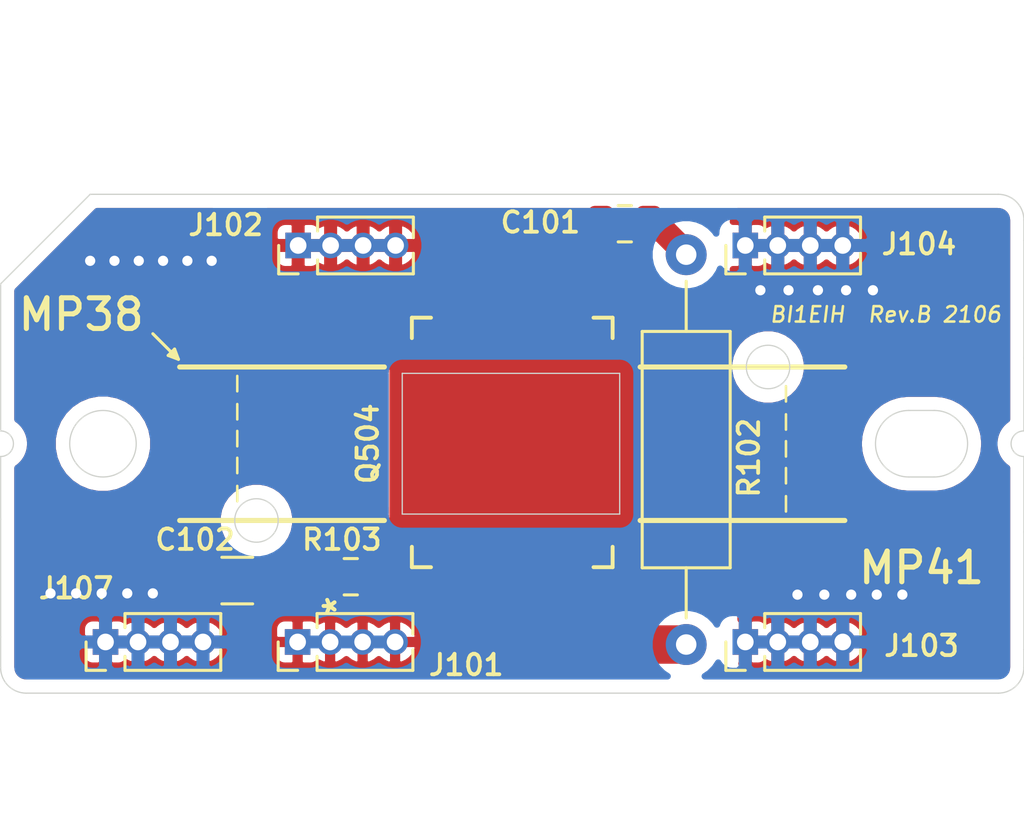
<source format=kicad_pcb>
(kicad_pcb (version 20171130) (host pcbnew 5.1.9-73d0e3b20d~88~ubuntu20.04.1)

  (general
    (thickness 1.6)
    (drawings 55)
    (tracks 38)
    (zones 0)
    (modules 10)
    (nets 6)
  )

  (page A4)
  (title_block
    (title "IC-7000 Modified Driver Module")
    (date 2021-02-02)
    (rev B)
    (company "Yao Leilei")
    (comment 1 "CC BY 4.0")
  )

  (layers
    (0 F.Cu signal)
    (31 B.Cu signal)
    (32 B.Adhes user)
    (33 F.Adhes user)
    (34 B.Paste user)
    (35 F.Paste user)
    (36 B.SilkS user)
    (37 F.SilkS user)
    (38 B.Mask user)
    (39 F.Mask user)
    (40 Dwgs.User user)
    (41 Cmts.User user)
    (42 Eco1.User user)
    (43 Eco2.User user)
    (44 Edge.Cuts user)
    (45 Margin user)
    (46 B.CrtYd user)
    (47 F.CrtYd user)
    (48 B.Fab user)
    (49 F.Fab user)
  )

  (setup
    (last_trace_width 0.25)
    (trace_clearance 0.2)
    (zone_clearance 0.508)
    (zone_45_only no)
    (trace_min 0.2)
    (via_size 0.8)
    (via_drill 0.4)
    (via_min_size 0.4)
    (via_min_drill 0.3)
    (uvia_size 0.3)
    (uvia_drill 0.1)
    (uvias_allowed no)
    (uvia_min_size 0.2)
    (uvia_min_drill 0.1)
    (edge_width 0.05)
    (segment_width 0.2)
    (pcb_text_width 0.3)
    (pcb_text_size 1.5 1.5)
    (mod_edge_width 0.12)
    (mod_text_size 1 1)
    (mod_text_width 0.15)
    (pad_size 1 1)
    (pad_drill 0.65)
    (pad_to_mask_clearance 0)
    (aux_axis_origin 0 0)
    (visible_elements FFFFFF7F)
    (pcbplotparams
      (layerselection 0x010fc_ffffffff)
      (usegerberextensions false)
      (usegerberattributes false)
      (usegerberadvancedattributes false)
      (creategerberjobfile true)
      (excludeedgelayer true)
      (linewidth 0.100000)
      (plotframeref false)
      (viasonmask false)
      (mode 1)
      (useauxorigin false)
      (hpglpennumber 1)
      (hpglpenspeed 20)
      (hpglpendiameter 15.000000)
      (psnegative false)
      (psa4output false)
      (plotreference true)
      (plotvalue true)
      (plotinvisibletext false)
      (padsonsilk false)
      (subtractmaskfromsilk false)
      (outputformat 1)
      (mirror false)
      (drillshape 0)
      (scaleselection 1)
      (outputdirectory "gerber_2106B/"))
  )

  (net 0 "")
  (net 1 "Net-(C101-Pad2)")
  (net 2 "Net-(C101-Pad1)")
  (net 3 GND)
  (net 4 "Net-(C102-Pad1)")
  (net 5 "Net-(Q504-Pad1)")

  (net_class Default "This is the default net class."
    (clearance 0.2)
    (trace_width 0.25)
    (via_dia 0.8)
    (via_drill 0.4)
    (uvia_dia 0.3)
    (uvia_drill 0.1)
    (add_net GND)
    (add_net "Net-(C101-Pad1)")
    (add_net "Net-(C101-Pad2)")
    (add_net "Net-(C102-Pad1)")
    (add_net "Net-(Q504-Pad1)")
  )

  (module footprints:PD55008-E (layer F.Cu) (tedit 0) (tstamp 601820C8)
    (at 124 66.1 90)
    (path /6009320C)
    (fp_text reference Q504 (at -0.05 -5.65 90 unlocked) (layer F.SilkS)
      (effects (font (size 0.8 0.8) (thickness 0.15)))
    )
    (fp_text value PD55015-E (at -6.95 1.2 180) (layer F.SilkS) hide
      (effects (font (size 1 1) (thickness 0.15)))
    )
    (fp_line (start -5.0038 3.0984) (end -7.7795 3.0984) (layer F.CrtYd) (width 0.1524))
    (fp_line (start -5.0038 4.0513) (end -5.0038 3.0984) (layer F.CrtYd) (width 0.1524))
    (fp_line (start 5.0038 4.0513) (end -5.0038 4.0513) (layer F.CrtYd) (width 0.1524))
    (fp_line (start 5.0038 3.0984) (end 5.0038 4.0513) (layer F.CrtYd) (width 0.1524))
    (fp_line (start 7.7795 3.0984) (end 5.0038 3.0984) (layer F.CrtYd) (width 0.1524))
    (fp_line (start 7.7795 -3.0984) (end 7.7795 3.0984) (layer F.CrtYd) (width 0.1524))
    (fp_line (start 5.0038 -3.0984) (end 7.7795 -3.0984) (layer F.CrtYd) (width 0.1524))
    (fp_line (start 5.0038 -4.0513) (end 5.0038 -3.0984) (layer F.CrtYd) (width 0.1524))
    (fp_line (start -5.0038 -4.0513) (end 5.0038 -4.0513) (layer F.CrtYd) (width 0.1524))
    (fp_line (start -5.0038 -3.0984) (end -5.0038 -4.0513) (layer F.CrtYd) (width 0.1524))
    (fp_line (start -7.7795 -3.0984) (end -5.0038 -3.0984) (layer F.CrtYd) (width 0.1524))
    (fp_line (start -7.7795 3.0984) (end -7.7795 -3.0984) (layer F.CrtYd) (width 0.1524))
    (fp_line (start 3.6465 3.529) (end 2.3479 3.529) (layer F.Paste) (width 0.1524))
    (fp_line (start 3.6465 4.7006) (end 3.6465 3.529) (layer F.Paste) (width 0.1524))
    (fp_line (start 2.3479 4.7006) (end 3.6465 4.7006) (layer F.Paste) (width 0.1524))
    (fp_line (start 2.3479 3.529) (end 2.3479 4.7006) (layer F.Paste) (width 0.1524))
    (fp_line (start 3.6465 2.1574) (end 2.3479 2.1574) (layer F.Paste) (width 0.1524))
    (fp_line (start 3.6465 3.329) (end 3.6465 2.1574) (layer F.Paste) (width 0.1524))
    (fp_line (start 2.3479 3.329) (end 3.6465 3.329) (layer F.Paste) (width 0.1524))
    (fp_line (start 2.3479 2.1574) (end 2.3479 3.329) (layer F.Paste) (width 0.1524))
    (fp_line (start 3.6465 0.7858) (end 2.3479 0.7858) (layer F.Paste) (width 0.1524))
    (fp_line (start 3.6465 1.9574) (end 3.6465 0.7858) (layer F.Paste) (width 0.1524))
    (fp_line (start 2.3479 1.9574) (end 3.6465 1.9574) (layer F.Paste) (width 0.1524))
    (fp_line (start 2.3479 0.7858) (end 2.3479 1.9574) (layer F.Paste) (width 0.1524))
    (fp_line (start 3.6465 -0.5858) (end 2.3479 -0.5858) (layer F.Paste) (width 0.1524))
    (fp_line (start 3.6465 0.5858) (end 3.6465 -0.5858) (layer F.Paste) (width 0.1524))
    (fp_line (start 2.3479 0.5858) (end 3.6465 0.5858) (layer F.Paste) (width 0.1524))
    (fp_line (start 2.3479 -0.5858) (end 2.3479 0.5858) (layer F.Paste) (width 0.1524))
    (fp_line (start 3.6465 -1.9574) (end 2.3479 -1.9574) (layer F.Paste) (width 0.1524))
    (fp_line (start 3.6465 -0.7858) (end 3.6465 -1.9574) (layer F.Paste) (width 0.1524))
    (fp_line (start 2.3479 -0.7858) (end 3.6465 -0.7858) (layer F.Paste) (width 0.1524))
    (fp_line (start 2.3479 -1.9574) (end 2.3479 -0.7858) (layer F.Paste) (width 0.1524))
    (fp_line (start 3.6465 -3.329) (end 2.3479 -3.329) (layer F.Paste) (width 0.1524))
    (fp_line (start 3.6465 -2.1574) (end 3.6465 -3.329) (layer F.Paste) (width 0.1524))
    (fp_line (start 2.3479 -2.1574) (end 3.6465 -2.1574) (layer F.Paste) (width 0.1524))
    (fp_line (start 2.3479 -3.329) (end 2.3479 -2.1574) (layer F.Paste) (width 0.1524))
    (fp_line (start 3.6465 -4.7006) (end 2.3479 -4.7006) (layer F.Paste) (width 0.1524))
    (fp_line (start 3.6465 -3.529) (end 3.6465 -4.7006) (layer F.Paste) (width 0.1524))
    (fp_line (start 2.3479 -3.529) (end 3.6465 -3.529) (layer F.Paste) (width 0.1524))
    (fp_line (start 2.3479 -4.7006) (end 2.3479 -3.529) (layer F.Paste) (width 0.1524))
    (fp_line (start 2.1479 3.529) (end 0.8493 3.529) (layer F.Paste) (width 0.1524))
    (fp_line (start 2.1479 4.7006) (end 2.1479 3.529) (layer F.Paste) (width 0.1524))
    (fp_line (start 0.8493 4.7006) (end 2.1479 4.7006) (layer F.Paste) (width 0.1524))
    (fp_line (start 0.8493 3.529) (end 0.8493 4.7006) (layer F.Paste) (width 0.1524))
    (fp_line (start 2.1479 2.1574) (end 0.8493 2.1574) (layer F.Paste) (width 0.1524))
    (fp_line (start 2.1479 3.329) (end 2.1479 2.1574) (layer F.Paste) (width 0.1524))
    (fp_line (start 0.8493 3.329) (end 2.1479 3.329) (layer F.Paste) (width 0.1524))
    (fp_line (start 0.8493 2.1574) (end 0.8493 3.329) (layer F.Paste) (width 0.1524))
    (fp_line (start 2.1479 0.7858) (end 0.8493 0.7858) (layer F.Paste) (width 0.1524))
    (fp_line (start 2.1479 1.9574) (end 2.1479 0.7858) (layer F.Paste) (width 0.1524))
    (fp_line (start 0.8493 1.9574) (end 2.1479 1.9574) (layer F.Paste) (width 0.1524))
    (fp_line (start 0.8493 0.7858) (end 0.8493 1.9574) (layer F.Paste) (width 0.1524))
    (fp_line (start 2.1479 -0.5858) (end 0.8493 -0.5858) (layer F.Paste) (width 0.1524))
    (fp_line (start 2.1479 0.5858) (end 2.1479 -0.5858) (layer F.Paste) (width 0.1524))
    (fp_line (start 0.8493 0.5858) (end 2.1479 0.5858) (layer F.Paste) (width 0.1524))
    (fp_line (start 0.8493 -0.5858) (end 0.8493 0.5858) (layer F.Paste) (width 0.1524))
    (fp_line (start 2.1479 -1.9574) (end 0.8493 -1.9574) (layer F.Paste) (width 0.1524))
    (fp_line (start 2.1479 -0.7858) (end 2.1479 -1.9574) (layer F.Paste) (width 0.1524))
    (fp_line (start 0.8493 -0.7858) (end 2.1479 -0.7858) (layer F.Paste) (width 0.1524))
    (fp_line (start 0.8493 -1.9574) (end 0.8493 -0.7858) (layer F.Paste) (width 0.1524))
    (fp_line (start 2.1479 -3.329) (end 0.8493 -3.329) (layer F.Paste) (width 0.1524))
    (fp_line (start 2.1479 -2.1574) (end 2.1479 -3.329) (layer F.Paste) (width 0.1524))
    (fp_line (start 0.8493 -2.1574) (end 2.1479 -2.1574) (layer F.Paste) (width 0.1524))
    (fp_line (start 0.8493 -3.329) (end 0.8493 -2.1574) (layer F.Paste) (width 0.1524))
    (fp_line (start 2.1479 -4.7006) (end 0.8493 -4.7006) (layer F.Paste) (width 0.1524))
    (fp_line (start 2.1479 -3.529) (end 2.1479 -4.7006) (layer F.Paste) (width 0.1524))
    (fp_line (start 0.8493 -3.529) (end 2.1479 -3.529) (layer F.Paste) (width 0.1524))
    (fp_line (start 0.8493 -4.7006) (end 0.8493 -3.529) (layer F.Paste) (width 0.1524))
    (fp_line (start 0.6493 3.529) (end -0.6493 3.529) (layer F.Paste) (width 0.1524))
    (fp_line (start 0.6493 4.7006) (end 0.6493 3.529) (layer F.Paste) (width 0.1524))
    (fp_line (start -0.6493 4.7006) (end 0.6493 4.7006) (layer F.Paste) (width 0.1524))
    (fp_line (start -0.6493 3.529) (end -0.6493 4.7006) (layer F.Paste) (width 0.1524))
    (fp_line (start 0.6493 2.1574) (end -0.6493 2.1574) (layer F.Paste) (width 0.1524))
    (fp_line (start 0.6493 3.329) (end 0.6493 2.1574) (layer F.Paste) (width 0.1524))
    (fp_line (start -0.6493 3.329) (end 0.6493 3.329) (layer F.Paste) (width 0.1524))
    (fp_line (start -0.6493 2.1574) (end -0.6493 3.329) (layer F.Paste) (width 0.1524))
    (fp_line (start 0.6493 0.7858) (end -0.6493 0.7858) (layer F.Paste) (width 0.1524))
    (fp_line (start 0.6493 1.9574) (end 0.6493 0.7858) (layer F.Paste) (width 0.1524))
    (fp_line (start -0.6493 1.9574) (end 0.6493 1.9574) (layer F.Paste) (width 0.1524))
    (fp_line (start -0.6493 0.7858) (end -0.6493 1.9574) (layer F.Paste) (width 0.1524))
    (fp_line (start 0.6493 -0.5858) (end -0.6493 -0.5858) (layer F.Paste) (width 0.1524))
    (fp_line (start 0.6493 0.5858) (end 0.6493 -0.5858) (layer F.Paste) (width 0.1524))
    (fp_line (start -0.6493 0.5858) (end 0.6493 0.5858) (layer F.Paste) (width 0.1524))
    (fp_line (start -0.6493 -0.5858) (end -0.6493 0.5858) (layer F.Paste) (width 0.1524))
    (fp_line (start 0.6493 -1.9574) (end -0.6493 -1.9574) (layer F.Paste) (width 0.1524))
    (fp_line (start 0.6493 -0.7858) (end 0.6493 -1.9574) (layer F.Paste) (width 0.1524))
    (fp_line (start -0.6493 -0.7858) (end 0.6493 -0.7858) (layer F.Paste) (width 0.1524))
    (fp_line (start -0.6493 -1.9574) (end -0.6493 -0.7858) (layer F.Paste) (width 0.1524))
    (fp_line (start 0.6493 -3.329) (end -0.6493 -3.329) (layer F.Paste) (width 0.1524))
    (fp_line (start 0.6493 -2.1574) (end 0.6493 -3.329) (layer F.Paste) (width 0.1524))
    (fp_line (start -0.6493 -2.1574) (end 0.6493 -2.1574) (layer F.Paste) (width 0.1524))
    (fp_line (start -0.6493 -3.329) (end -0.6493 -2.1574) (layer F.Paste) (width 0.1524))
    (fp_line (start 0.6493 -4.7006) (end -0.6493 -4.7006) (layer F.Paste) (width 0.1524))
    (fp_line (start 0.6493 -3.529) (end 0.6493 -4.7006) (layer F.Paste) (width 0.1524))
    (fp_line (start -0.6493 -3.529) (end 0.6493 -3.529) (layer F.Paste) (width 0.1524))
    (fp_line (start -0.6493 -4.7006) (end -0.6493 -3.529) (layer F.Paste) (width 0.1524))
    (fp_line (start -0.8493 3.529) (end -2.1479 3.529) (layer F.Paste) (width 0.1524))
    (fp_line (start -0.8493 4.7006) (end -0.8493 3.529) (layer F.Paste) (width 0.1524))
    (fp_line (start -2.1479 4.7006) (end -0.8493 4.7006) (layer F.Paste) (width 0.1524))
    (fp_line (start -2.1479 3.529) (end -2.1479 4.7006) (layer F.Paste) (width 0.1524))
    (fp_line (start -0.8493 2.1574) (end -2.1479 2.1574) (layer F.Paste) (width 0.1524))
    (fp_line (start -0.8493 3.329) (end -0.8493 2.1574) (layer F.Paste) (width 0.1524))
    (fp_line (start -2.1479 3.329) (end -0.8493 3.329) (layer F.Paste) (width 0.1524))
    (fp_line (start -2.1479 2.1574) (end -2.1479 3.329) (layer F.Paste) (width 0.1524))
    (fp_line (start -0.8493 0.7858) (end -2.1479 0.7858) (layer F.Paste) (width 0.1524))
    (fp_line (start -0.8493 1.9574) (end -0.8493 0.7858) (layer F.Paste) (width 0.1524))
    (fp_line (start -2.1479 1.9574) (end -0.8493 1.9574) (layer F.Paste) (width 0.1524))
    (fp_line (start -2.1479 0.7858) (end -2.1479 1.9574) (layer F.Paste) (width 0.1524))
    (fp_line (start -0.8493 -0.5858) (end -2.1479 -0.5858) (layer F.Paste) (width 0.1524))
    (fp_line (start -0.8493 0.5858) (end -0.8493 -0.5858) (layer F.Paste) (width 0.1524))
    (fp_line (start -2.1479 0.5858) (end -0.8493 0.5858) (layer F.Paste) (width 0.1524))
    (fp_line (start -2.1479 -0.5858) (end -2.1479 0.5858) (layer F.Paste) (width 0.1524))
    (fp_line (start -0.8493 -1.9574) (end -2.1479 -1.9574) (layer F.Paste) (width 0.1524))
    (fp_line (start -0.8493 -0.7858) (end -0.8493 -1.9574) (layer F.Paste) (width 0.1524))
    (fp_line (start -2.1479 -0.7858) (end -0.8493 -0.7858) (layer F.Paste) (width 0.1524))
    (fp_line (start -2.1479 -1.9574) (end -2.1479 -0.7858) (layer F.Paste) (width 0.1524))
    (fp_line (start -0.8493 -3.329) (end -2.1479 -3.329) (layer F.Paste) (width 0.1524))
    (fp_line (start -0.8493 -2.1574) (end -0.8493 -3.329) (layer F.Paste) (width 0.1524))
    (fp_line (start -2.1479 -2.1574) (end -0.8493 -2.1574) (layer F.Paste) (width 0.1524))
    (fp_line (start -2.1479 -3.329) (end -2.1479 -2.1574) (layer F.Paste) (width 0.1524))
    (fp_line (start -0.8493 -4.7006) (end -2.1479 -4.7006) (layer F.Paste) (width 0.1524))
    (fp_line (start -0.8493 -3.529) (end -0.8493 -4.7006) (layer F.Paste) (width 0.1524))
    (fp_line (start -2.1479 -3.529) (end -0.8493 -3.529) (layer F.Paste) (width 0.1524))
    (fp_line (start -2.1479 -4.7006) (end -2.1479 -3.529) (layer F.Paste) (width 0.1524))
    (fp_line (start -2.3479 3.529) (end -3.6465 3.529) (layer F.Paste) (width 0.1524))
    (fp_line (start -2.3479 4.7006) (end -2.3479 3.529) (layer F.Paste) (width 0.1524))
    (fp_line (start -3.6465 4.7006) (end -2.3479 4.7006) (layer F.Paste) (width 0.1524))
    (fp_line (start -3.6465 3.529) (end -3.6465 4.7006) (layer F.Paste) (width 0.1524))
    (fp_line (start -2.3479 2.1574) (end -3.6465 2.1574) (layer F.Paste) (width 0.1524))
    (fp_line (start -2.3479 3.329) (end -2.3479 2.1574) (layer F.Paste) (width 0.1524))
    (fp_line (start -3.6465 3.329) (end -2.3479 3.329) (layer F.Paste) (width 0.1524))
    (fp_line (start -3.6465 2.1574) (end -3.6465 3.329) (layer F.Paste) (width 0.1524))
    (fp_line (start -2.3479 0.7858) (end -3.6465 0.7858) (layer F.Paste) (width 0.1524))
    (fp_line (start -2.3479 1.9574) (end -2.3479 0.7858) (layer F.Paste) (width 0.1524))
    (fp_line (start -3.6465 1.9574) (end -2.3479 1.9574) (layer F.Paste) (width 0.1524))
    (fp_line (start -3.6465 0.7858) (end -3.6465 1.9574) (layer F.Paste) (width 0.1524))
    (fp_line (start -2.3479 -0.5858) (end -3.6465 -0.5858) (layer F.Paste) (width 0.1524))
    (fp_line (start -2.3479 0.5858) (end -2.3479 -0.5858) (layer F.Paste) (width 0.1524))
    (fp_line (start -3.6465 0.5858) (end -2.3479 0.5858) (layer F.Paste) (width 0.1524))
    (fp_line (start -3.6465 -0.5858) (end -3.6465 0.5858) (layer F.Paste) (width 0.1524))
    (fp_line (start -2.3479 -1.9574) (end -3.6465 -1.9574) (layer F.Paste) (width 0.1524))
    (fp_line (start -2.3479 -0.7858) (end -2.3479 -1.9574) (layer F.Paste) (width 0.1524))
    (fp_line (start -3.6465 -0.7858) (end -2.3479 -0.7858) (layer F.Paste) (width 0.1524))
    (fp_line (start -3.6465 -1.9574) (end -3.6465 -0.7858) (layer F.Paste) (width 0.1524))
    (fp_line (start -2.3479 -3.329) (end -3.6465 -3.329) (layer F.Paste) (width 0.1524))
    (fp_line (start -2.3479 -2.1574) (end -2.3479 -3.329) (layer F.Paste) (width 0.1524))
    (fp_line (start -3.6465 -2.1574) (end -2.3479 -2.1574) (layer F.Paste) (width 0.1524))
    (fp_line (start -3.6465 -3.329) (end -3.6465 -2.1574) (layer F.Paste) (width 0.1524))
    (fp_line (start -2.3479 -4.7006) (end -3.6465 -4.7006) (layer F.Paste) (width 0.1524))
    (fp_line (start -2.3479 -3.529) (end -2.3479 -4.7006) (layer F.Paste) (width 0.1524))
    (fp_line (start -3.6465 -3.529) (end -2.3479 -3.529) (layer F.Paste) (width 0.1524))
    (fp_line (start -3.6465 -4.7006) (end -3.6465 -3.529) (layer F.Paste) (width 0.1524))
    (fp_line (start -4.07924 -3.9243) (end -4.8768 -3.9243) (layer F.SilkS) (width 0.1524))
    (fp_line (start 4.07924 3.9243) (end 4.8768 3.9243) (layer F.SilkS) (width 0.1524))
    (fp_line (start 4.8768 -3.17714) (end 4.8768 -3.9243) (layer F.SilkS) (width 0.1524))
    (fp_line (start -4.8768 3.17714) (end -4.8768 3.9243) (layer F.SilkS) (width 0.1524))
    (fp_line (start -4.7498 -3.7973) (end -4.7498 3.7973) (layer F.Fab) (width 0.1524))
    (fp_line (start 4.7498 -3.7973) (end -4.7498 -3.7973) (layer F.Fab) (width 0.1524))
    (fp_line (start 4.7498 3.7973) (end 4.7498 -3.7973) (layer F.Fab) (width 0.1524))
    (fp_line (start -4.7498 3.7973) (end 4.7498 3.7973) (layer F.Fab) (width 0.1524))
    (fp_line (start -4.8768 -3.9243) (end -4.8768 -3.17714) (layer F.SilkS) (width 0.1524))
    (fp_line (start 4.8768 -3.9243) (end 4.07924 -3.9243) (layer F.SilkS) (width 0.1524))
    (fp_line (start 4.8768 3.9243) (end 4.8768 3.17714) (layer F.SilkS) (width 0.1524))
    (fp_line (start -4.8768 3.9243) (end -4.07924 3.9243) (layer F.SilkS) (width 0.1524))
    (fp_line (start 7.1755 -2.8194) (end 4.7498 -2.8194) (layer F.Fab) (width 0.1524))
    (fp_line (start 7.1755 2.8194) (end 7.1755 -2.8194) (layer F.Fab) (width 0.1524))
    (fp_line (start 4.7498 2.8194) (end 7.1755 2.8194) (layer F.Fab) (width 0.1524))
    (fp_line (start 4.7498 -2.8194) (end 4.7498 2.8194) (layer F.Fab) (width 0.1524))
    (fp_line (start -7.1755 2.8194) (end -4.7498 2.8194) (layer F.Fab) (width 0.1524))
    (fp_line (start -7.1755 -2.8194) (end -7.1755 2.8194) (layer F.Fab) (width 0.1524))
    (fp_line (start -4.7498 -2.8194) (end -7.1755 -2.8194) (layer F.Fab) (width 0.1524))
    (fp_line (start -4.7498 2.8194) (end -4.7498 -2.8194) (layer F.Fab) (width 0.1524))
    (fp_arc (start 0 -3.7973) (end 0.3048 -3.7973) (angle 180) (layer F.Fab) (width 0.1524))
    (fp_text user * (at -4.3688 -3.7211 90) (layer F.Fab)
      (effects (font (size 1 1) (thickness 0.15)))
    )
    (fp_text user * (at -6.39165 -6.8318 90) (layer F.SilkS)
      (effects (font (size 1 1) (thickness 0.15)))
    )
    (fp_text user 0.295in/7.493mm (at 0 7.4803 90) (layer Dwgs.User)
      (effects (font (size 1 1) (thickness 0.15)))
    )
    (fp_text user 0.378in/9.601mm (at 10.3378 0 90) (layer Dwgs.User)
      (effects (font (size 1 1) (thickness 0.15)))
    )
    (fp_text user 0.109in/2.776mm (at -6.13765 6.2103 90) (layer Dwgs.User)
      (effects (font (size 1 1) (thickness 0.15)))
    )
    (fp_text user 0.483in/12.275mm (at 0.197651 -6.65 90) (layer Dwgs.User)
      (effects (font (size 1 1) (thickness 0.15)))
    )
    (fp_text user 0.224in/5.689mm (at 9.185649 0 90) (layer Dwgs.User)
      (effects (font (size 1 1) (thickness 0.15)))
    )
    (fp_text user 0.05in/1.27mm (at -9.185649 0.635 90) (layer Dwgs.User)
      (effects (font (size 1 1) (thickness 0.15)))
    )
    (fp_text user * (at -4.3688 -3.7211 90) (layer F.Fab)
      (effects (font (size 1 1) (thickness 0.15)))
    )
    (fp_text user * (at -6.39165 -6.8318 90) (layer F.SilkS)
      (effects (font (size 1 1) (thickness 0.15)))
    )
    (fp_text user "Copyright 2016 Accelerated Designs. All rights reserved." (at 0 0 90) (layer Cmts.User)
      (effects (font (size 0.127 0.127) (thickness 0.002)))
    )
    (pad EPAD smd rect (at 0 0 90) (size 7.493 9.6012) (layers F.Cu F.Paste F.Mask)
      (net 3 GND))
    (pad 2 smd rect (at 6.137651 0 90) (size 2.775699 5.6888) (layers F.Cu F.Paste F.Mask)
      (net 1 "Net-(C101-Pad2)"))
    (pad 1 smd rect (at -6.137651 0 90) (size 2.775699 5.6888) (layers F.Cu F.Paste F.Mask)
      (net 5 "Net-(Q504-Pad1)"))
  )

  (module Resistor_SMD:R_0805_2012Metric (layer F.Cu) (tedit 5B36C52B) (tstamp 6008BC0F)
    (at 117.6875 71.35)
    (descr "Resistor SMD 0805 (2012 Metric), square (rectangular) end terminal, IPC_7351 nominal, (Body size source: https://docs.google.com/spreadsheets/d/1BsfQQcO9C6DZCsRaXUlFlo91Tg2WpOkGARC1WS5S8t0/edit?usp=sharing), generated with kicad-footprint-generator")
    (tags resistor)
    (path /60091F11)
    (attr smd)
    (fp_text reference R103 (at -0.35 -1.45 unlocked) (layer F.SilkS)
      (effects (font (size 0.8 0.8) (thickness 0.15)))
    )
    (fp_text value 100R* (at 0 1.65) (layer F.Fab)
      (effects (font (size 1 1) (thickness 0.15)))
    )
    (fp_line (start 1.68 0.95) (end -1.68 0.95) (layer F.CrtYd) (width 0.05))
    (fp_line (start 1.68 -0.95) (end 1.68 0.95) (layer F.CrtYd) (width 0.05))
    (fp_line (start -1.68 -0.95) (end 1.68 -0.95) (layer F.CrtYd) (width 0.05))
    (fp_line (start -1.68 0.95) (end -1.68 -0.95) (layer F.CrtYd) (width 0.05))
    (fp_line (start -0.258578 0.71) (end 0.258578 0.71) (layer F.SilkS) (width 0.12))
    (fp_line (start -0.258578 -0.71) (end 0.258578 -0.71) (layer F.SilkS) (width 0.12))
    (fp_line (start 1 0.6) (end -1 0.6) (layer F.Fab) (width 0.1))
    (fp_line (start 1 -0.6) (end 1 0.6) (layer F.Fab) (width 0.1))
    (fp_line (start -1 -0.6) (end 1 -0.6) (layer F.Fab) (width 0.1))
    (fp_line (start -1 0.6) (end -1 -0.6) (layer F.Fab) (width 0.1))
    (fp_text user %R (at 0 0) (layer F.Fab)
      (effects (font (size 0.5 0.5) (thickness 0.08)))
    )
    (pad 2 smd roundrect (at 0.9375 0) (size 0.975 1.4) (layers F.Cu F.Paste F.Mask) (roundrect_rratio 0.25)
      (net 5 "Net-(Q504-Pad1)"))
    (pad 1 smd roundrect (at -0.9375 0) (size 0.975 1.4) (layers F.Cu F.Paste F.Mask) (roundrect_rratio 0.25)
      (net 4 "Net-(C102-Pad1)"))
    (model ${KISYS3DMOD}/Resistor_SMD.3dshapes/R_0805_2012Metric.wrl
      (at (xyz 0 0 0))
      (scale (xyz 1 1 1))
      (rotate (xyz 0 0 0))
    )
  )

  (module Resistor_THT:R_Axial_DIN0309_L9.0mm_D3.2mm_P15.24mm_Horizontal (layer F.Cu) (tedit 5AE5139B) (tstamp 60183DBB)
    (at 130.8 74 90)
    (descr "Resistor, Axial_DIN0309 series, Axial, Horizontal, pin pitch=15.24mm, 0.5W = 1/2W, length*diameter=9*3.2mm^2, http://cdn-reichelt.de/documents/datenblatt/B400/1_4W%23YAG.pdf")
    (tags "Resistor Axial_DIN0309 series Axial Horizontal pin pitch 15.24mm 0.5W = 1/2W length 9mm diameter 3.2mm")
    (path /60092258)
    (fp_text reference R102 (at 7.3 2.45 90 unlocked) (layer F.SilkS)
      (effects (font (size 0.8 0.8) (thickness 0.15)))
    )
    (fp_text value 100R/1W (at 7.62 2.72 90) (layer F.Fab)
      (effects (font (size 1 1) (thickness 0.15)))
    )
    (fp_line (start 16.29 -1.85) (end -1.05 -1.85) (layer F.CrtYd) (width 0.05))
    (fp_line (start 16.29 1.85) (end 16.29 -1.85) (layer F.CrtYd) (width 0.05))
    (fp_line (start -1.05 1.85) (end 16.29 1.85) (layer F.CrtYd) (width 0.05))
    (fp_line (start -1.05 -1.85) (end -1.05 1.85) (layer F.CrtYd) (width 0.05))
    (fp_line (start 14.2 0) (end 12.24 0) (layer F.SilkS) (width 0.12))
    (fp_line (start 1.04 0) (end 3 0) (layer F.SilkS) (width 0.12))
    (fp_line (start 12.24 -1.72) (end 3 -1.72) (layer F.SilkS) (width 0.12))
    (fp_line (start 12.24 1.72) (end 12.24 -1.72) (layer F.SilkS) (width 0.12))
    (fp_line (start 3 1.72) (end 12.24 1.72) (layer F.SilkS) (width 0.12))
    (fp_line (start 3 -1.72) (end 3 1.72) (layer F.SilkS) (width 0.12))
    (fp_line (start 15.24 0) (end 12.12 0) (layer F.Fab) (width 0.1))
    (fp_line (start 0 0) (end 3.12 0) (layer F.Fab) (width 0.1))
    (fp_line (start 12.12 -1.6) (end 3.12 -1.6) (layer F.Fab) (width 0.1))
    (fp_line (start 12.12 1.6) (end 12.12 -1.6) (layer F.Fab) (width 0.1))
    (fp_line (start 3.12 1.6) (end 12.12 1.6) (layer F.Fab) (width 0.1))
    (fp_line (start 3.12 -1.6) (end 3.12 1.6) (layer F.Fab) (width 0.1))
    (fp_text user %R (at 7.62 0 90) (layer F.Fab)
      (effects (font (size 1 1) (thickness 0.15)))
    )
    (pad 2 thru_hole oval (at 15.24 0 90) (size 1.6 1.6) (drill 0.8) (layers *.Cu *.Mask)
      (net 2 "Net-(C101-Pad1)"))
    (pad 1 thru_hole circle (at 0 0 90) (size 1.6 1.6) (drill 0.8) (layers *.Cu *.Mask)
      (net 5 "Net-(Q504-Pad1)"))
    (model ${KISYS3DMOD}/Resistor_THT.3dshapes/R_Axial_DIN0309_L9.0mm_D3.2mm_P15.24mm_Horizontal.wrl
      (at (xyz 0 0 0))
      (scale (xyz 1 1 1))
      (rotate (xyz 0 0 0))
    )
  )

  (module Connector_PinHeader_1.27mm:PinHeader_1x04_P1.27mm_Vertical (layer F.Cu) (tedit 59FED6E3) (tstamp 600DB200)
    (at 108.1 73.9 90)
    (descr "Through hole straight pin header, 1x04, 1.27mm pitch, single row")
    (tags "Through hole pin header THT 1x04 1.27mm single row")
    (path /600B1F27)
    (fp_text reference J107 (at 2.1 -1.15 unlocked) (layer F.SilkS)
      (effects (font (size 0.8 0.8) (thickness 0.15)))
    )
    (fp_text value Conn_01x04 (at 0 5.505 90) (layer F.Fab)
      (effects (font (size 1 1) (thickness 0.15)))
    )
    (fp_line (start 1.55 -1.15) (end -1.55 -1.15) (layer F.CrtYd) (width 0.05))
    (fp_line (start 1.55 4.95) (end 1.55 -1.15) (layer F.CrtYd) (width 0.05))
    (fp_line (start -1.55 4.95) (end 1.55 4.95) (layer F.CrtYd) (width 0.05))
    (fp_line (start -1.55 -1.15) (end -1.55 4.95) (layer F.CrtYd) (width 0.05))
    (fp_line (start -1.11 -0.76) (end 0 -0.76) (layer F.SilkS) (width 0.12))
    (fp_line (start -1.11 0) (end -1.11 -0.76) (layer F.SilkS) (width 0.12))
    (fp_line (start 0.563471 0.76) (end 1.11 0.76) (layer F.SilkS) (width 0.12))
    (fp_line (start -1.11 0.76) (end -0.563471 0.76) (layer F.SilkS) (width 0.12))
    (fp_line (start 1.11 0.76) (end 1.11 4.505) (layer F.SilkS) (width 0.12))
    (fp_line (start -1.11 0.76) (end -1.11 4.505) (layer F.SilkS) (width 0.12))
    (fp_line (start 0.30753 4.505) (end 1.11 4.505) (layer F.SilkS) (width 0.12))
    (fp_line (start -1.11 4.505) (end -0.30753 4.505) (layer F.SilkS) (width 0.12))
    (fp_line (start -1.05 -0.11) (end -0.525 -0.635) (layer F.Fab) (width 0.1))
    (fp_line (start -1.05 4.445) (end -1.05 -0.11) (layer F.Fab) (width 0.1))
    (fp_line (start 1.05 4.445) (end -1.05 4.445) (layer F.Fab) (width 0.1))
    (fp_line (start 1.05 -0.635) (end 1.05 4.445) (layer F.Fab) (width 0.1))
    (fp_line (start -0.525 -0.635) (end 1.05 -0.635) (layer F.Fab) (width 0.1))
    (fp_text user %R (at 0 1.905) (layer F.Fab)
      (effects (font (size 1 1) (thickness 0.15)))
    )
    (pad 4 thru_hole oval (at 0 3.81 90) (size 1 1) (drill 0.65) (layers *.Cu *.Mask)
      (net 3 GND))
    (pad 3 thru_hole oval (at 0 2.54 90) (size 1 1) (drill 0.65) (layers *.Cu *.Mask)
      (net 3 GND))
    (pad 2 thru_hole oval (at 0 1.27 90) (size 1 1) (drill 0.65) (layers *.Cu *.Mask)
      (net 3 GND))
    (pad 1 thru_hole rect (at 0 0 90) (size 1 1) (drill 0.65) (layers *.Cu *.Mask)
      (net 3 GND))
    (model ${KISYS3DMOD}/Connector_PinHeader_1.27mm.3dshapes/PinHeader_1x04_P1.27mm_Vertical.wrl
      (at (xyz 0 0 0))
      (scale (xyz 1 1 1))
      (rotate (xyz 0 0 0))
    )
  )

  (module Connector_PinHeader_1.27mm:PinHeader_1x04_P1.27mm_Vertical (layer F.Cu) (tedit 59FED6E3) (tstamp 6008BB0E)
    (at 133.11 58.4 90)
    (descr "Through hole straight pin header, 1x04, 1.27mm pitch, single row")
    (tags "Through hole pin header THT 1x04 1.27mm single row")
    (path /600AB78D)
    (fp_text reference J104 (at 0.05 6.79 unlocked) (layer F.SilkS)
      (effects (font (size 0.8 0.8) (thickness 0.15)))
    )
    (fp_text value Conn_01x04 (at 0 5.505 90) (layer F.Fab)
      (effects (font (size 1 1) (thickness 0.15)))
    )
    (fp_line (start 1.55 -1.15) (end -1.55 -1.15) (layer F.CrtYd) (width 0.05))
    (fp_line (start 1.55 4.95) (end 1.55 -1.15) (layer F.CrtYd) (width 0.05))
    (fp_line (start -1.55 4.95) (end 1.55 4.95) (layer F.CrtYd) (width 0.05))
    (fp_line (start -1.55 -1.15) (end -1.55 4.95) (layer F.CrtYd) (width 0.05))
    (fp_line (start -1.11 -0.76) (end 0 -0.76) (layer F.SilkS) (width 0.12))
    (fp_line (start -1.11 0) (end -1.11 -0.76) (layer F.SilkS) (width 0.12))
    (fp_line (start 0.563471 0.76) (end 1.11 0.76) (layer F.SilkS) (width 0.12))
    (fp_line (start -1.11 0.76) (end -0.563471 0.76) (layer F.SilkS) (width 0.12))
    (fp_line (start 1.11 0.76) (end 1.11 4.505) (layer F.SilkS) (width 0.12))
    (fp_line (start -1.11 0.76) (end -1.11 4.505) (layer F.SilkS) (width 0.12))
    (fp_line (start 0.30753 4.505) (end 1.11 4.505) (layer F.SilkS) (width 0.12))
    (fp_line (start -1.11 4.505) (end -0.30753 4.505) (layer F.SilkS) (width 0.12))
    (fp_line (start -1.05 -0.11) (end -0.525 -0.635) (layer F.Fab) (width 0.1))
    (fp_line (start -1.05 4.445) (end -1.05 -0.11) (layer F.Fab) (width 0.1))
    (fp_line (start 1.05 4.445) (end -1.05 4.445) (layer F.Fab) (width 0.1))
    (fp_line (start 1.05 -0.635) (end 1.05 4.445) (layer F.Fab) (width 0.1))
    (fp_line (start -0.525 -0.635) (end 1.05 -0.635) (layer F.Fab) (width 0.1))
    (fp_text user %R (at 0 1.905) (layer F.Fab)
      (effects (font (size 1 1) (thickness 0.15)))
    )
    (pad 4 thru_hole oval (at 0 3.81 90) (size 1 1) (drill 0.65) (layers *.Cu *.Mask)
      (net 3 GND))
    (pad 3 thru_hole oval (at 0 2.54 90) (size 1 1) (drill 0.65) (layers *.Cu *.Mask)
      (net 3 GND))
    (pad 2 thru_hole oval (at 0 1.27 90) (size 1 1) (drill 0.65) (layers *.Cu *.Mask)
      (net 3 GND))
    (pad 1 thru_hole rect (at 0 0 90) (size 1 1) (drill 0.65) (layers *.Cu *.Mask)
      (net 3 GND))
    (model ${KISYS3DMOD}/Connector_PinHeader_1.27mm.3dshapes/PinHeader_1x04_P1.27mm_Vertical.wrl
      (at (xyz 0 0 0))
      (scale (xyz 1 1 1))
      (rotate (xyz 0 0 0))
    )
  )

  (module Connector_PinHeader_1.27mm:PinHeader_1x04_P1.27mm_Vertical (layer F.Cu) (tedit 59FED6E3) (tstamp 600DBEC0)
    (at 133.11 73.9 90)
    (descr "Through hole straight pin header, 1x04, 1.27mm pitch, single row")
    (tags "Through hole pin header THT 1x04 1.27mm single row")
    (path /600B17CC)
    (fp_text reference J103 (at -0.15 6.89 unlocked) (layer F.SilkS)
      (effects (font (size 0.8 0.8) (thickness 0.15)))
    )
    (fp_text value Conn_01x04 (at 0 5.505 90) (layer F.Fab)
      (effects (font (size 1 1) (thickness 0.15)))
    )
    (fp_line (start 1.55 -1.15) (end -1.55 -1.15) (layer F.CrtYd) (width 0.05))
    (fp_line (start 1.55 4.95) (end 1.55 -1.15) (layer F.CrtYd) (width 0.05))
    (fp_line (start -1.55 4.95) (end 1.55 4.95) (layer F.CrtYd) (width 0.05))
    (fp_line (start -1.55 -1.15) (end -1.55 4.95) (layer F.CrtYd) (width 0.05))
    (fp_line (start -1.11 -0.76) (end 0 -0.76) (layer F.SilkS) (width 0.12))
    (fp_line (start -1.11 0) (end -1.11 -0.76) (layer F.SilkS) (width 0.12))
    (fp_line (start 0.563471 0.76) (end 1.11 0.76) (layer F.SilkS) (width 0.12))
    (fp_line (start -1.11 0.76) (end -0.563471 0.76) (layer F.SilkS) (width 0.12))
    (fp_line (start 1.11 0.76) (end 1.11 4.505) (layer F.SilkS) (width 0.12))
    (fp_line (start -1.11 0.76) (end -1.11 4.505) (layer F.SilkS) (width 0.12))
    (fp_line (start 0.30753 4.505) (end 1.11 4.505) (layer F.SilkS) (width 0.12))
    (fp_line (start -1.11 4.505) (end -0.30753 4.505) (layer F.SilkS) (width 0.12))
    (fp_line (start -1.05 -0.11) (end -0.525 -0.635) (layer F.Fab) (width 0.1))
    (fp_line (start -1.05 4.445) (end -1.05 -0.11) (layer F.Fab) (width 0.1))
    (fp_line (start 1.05 4.445) (end -1.05 4.445) (layer F.Fab) (width 0.1))
    (fp_line (start 1.05 -0.635) (end 1.05 4.445) (layer F.Fab) (width 0.1))
    (fp_line (start -0.525 -0.635) (end 1.05 -0.635) (layer F.Fab) (width 0.1))
    (fp_text user %R (at 0 1.905) (layer F.Fab)
      (effects (font (size 1 1) (thickness 0.15)))
    )
    (pad 4 thru_hole oval (at 0 3.81 90) (size 1 1) (drill 0.65) (layers *.Cu *.Mask)
      (net 3 GND))
    (pad 3 thru_hole oval (at 0 2.54 90) (size 1 1) (drill 0.65) (layers *.Cu *.Mask)
      (net 3 GND))
    (pad 2 thru_hole oval (at 0 1.27 90) (size 1 1) (drill 0.65) (layers *.Cu *.Mask)
      (net 3 GND))
    (pad 1 thru_hole rect (at 0 0 90) (size 1 1) (drill 0.65) (layers *.Cu *.Mask)
      (net 3 GND))
    (model ${KISYS3DMOD}/Connector_PinHeader_1.27mm.3dshapes/PinHeader_1x04_P1.27mm_Vertical.wrl
      (at (xyz 0 0 0))
      (scale (xyz 1 1 1))
      (rotate (xyz 0 0 0))
    )
  )

  (module Connector_PinHeader_1.27mm:PinHeader_1x04_P1.27mm_Vertical (layer F.Cu) (tedit 59FED6E3) (tstamp 600DD204)
    (at 115.63 58.4 90)
    (descr "Through hole straight pin header, 1x04, 1.27mm pitch, single row")
    (tags "Through hole pin header THT 1x04 1.27mm single row")
    (path /600A6CAD)
    (fp_text reference J102 (at 0.8 -2.83 unlocked) (layer F.SilkS)
      (effects (font (size 0.8 0.8) (thickness 0.15)))
    )
    (fp_text value Conn_01x04 (at 0 5.505 90) (layer F.Fab)
      (effects (font (size 1 1) (thickness 0.15)))
    )
    (fp_line (start 1.55 -1.15) (end -1.55 -1.15) (layer F.CrtYd) (width 0.05))
    (fp_line (start 1.55 4.95) (end 1.55 -1.15) (layer F.CrtYd) (width 0.05))
    (fp_line (start -1.55 4.95) (end 1.55 4.95) (layer F.CrtYd) (width 0.05))
    (fp_line (start -1.55 -1.15) (end -1.55 4.95) (layer F.CrtYd) (width 0.05))
    (fp_line (start -1.11 -0.76) (end 0 -0.76) (layer F.SilkS) (width 0.12))
    (fp_line (start -1.11 0) (end -1.11 -0.76) (layer F.SilkS) (width 0.12))
    (fp_line (start 0.563471 0.76) (end 1.11 0.76) (layer F.SilkS) (width 0.12))
    (fp_line (start -1.11 0.76) (end -0.563471 0.76) (layer F.SilkS) (width 0.12))
    (fp_line (start 1.11 0.76) (end 1.11 4.505) (layer F.SilkS) (width 0.12))
    (fp_line (start -1.11 0.76) (end -1.11 4.505) (layer F.SilkS) (width 0.12))
    (fp_line (start 0.30753 4.505) (end 1.11 4.505) (layer F.SilkS) (width 0.12))
    (fp_line (start -1.11 4.505) (end -0.30753 4.505) (layer F.SilkS) (width 0.12))
    (fp_line (start -1.05 -0.11) (end -0.525 -0.635) (layer F.Fab) (width 0.1))
    (fp_line (start -1.05 4.445) (end -1.05 -0.11) (layer F.Fab) (width 0.1))
    (fp_line (start 1.05 4.445) (end -1.05 4.445) (layer F.Fab) (width 0.1))
    (fp_line (start 1.05 -0.635) (end 1.05 4.445) (layer F.Fab) (width 0.1))
    (fp_line (start -0.525 -0.635) (end 1.05 -0.635) (layer F.Fab) (width 0.1))
    (fp_text user %R (at 0 1.905) (layer F.Fab)
      (effects (font (size 1 1) (thickness 0.15)))
    )
    (pad 4 thru_hole oval (at 0 3.81 90) (size 1 1) (drill 0.65) (layers *.Cu *.Mask)
      (net 1 "Net-(C101-Pad2)"))
    (pad 3 thru_hole oval (at 0 2.54 90) (size 1 1) (drill 0.65) (layers *.Cu *.Mask)
      (net 1 "Net-(C101-Pad2)"))
    (pad 2 thru_hole oval (at 0 1.27 90) (size 1 1) (drill 0.65) (layers *.Cu *.Mask)
      (net 1 "Net-(C101-Pad2)"))
    (pad 1 thru_hole rect (at 0 0 90) (size 1 1) (drill 0.65) (layers *.Cu *.Mask)
      (net 1 "Net-(C101-Pad2)"))
    (model ${KISYS3DMOD}/Connector_PinHeader_1.27mm.3dshapes/PinHeader_1x04_P1.27mm_Vertical.wrl
      (at (xyz 0 0 0))
      (scale (xyz 1 1 1))
      (rotate (xyz 0 0 0))
    )
  )

  (module Connector_PinHeader_1.27mm:PinHeader_1x04_P1.27mm_Vertical (layer F.Cu) (tedit 59FED6E3) (tstamp 600DCF7F)
    (at 115.61 73.9 90)
    (descr "Through hole straight pin header, 1x04, 1.27mm pitch, single row")
    (tags "Through hole pin header THT 1x04 1.27mm single row")
    (path /6009DA5D)
    (fp_text reference J101 (at -0.9 6.59 unlocked) (layer F.SilkS)
      (effects (font (size 0.8 0.8) (thickness 0.15)))
    )
    (fp_text value Conn_01x04 (at 0 5.505 90) (layer F.Fab)
      (effects (font (size 1 1) (thickness 0.15)))
    )
    (fp_line (start -0.525 -0.635) (end 1.05 -0.635) (layer F.Fab) (width 0.1))
    (fp_line (start 1.05 -0.635) (end 1.05 4.445) (layer F.Fab) (width 0.1))
    (fp_line (start 1.05 4.445) (end -1.05 4.445) (layer F.Fab) (width 0.1))
    (fp_line (start -1.05 4.445) (end -1.05 -0.11) (layer F.Fab) (width 0.1))
    (fp_line (start -1.05 -0.11) (end -0.525 -0.635) (layer F.Fab) (width 0.1))
    (fp_line (start -1.11 4.505) (end -0.30753 4.505) (layer F.SilkS) (width 0.12))
    (fp_line (start 0.30753 4.505) (end 1.11 4.505) (layer F.SilkS) (width 0.12))
    (fp_line (start -1.11 0.76) (end -1.11 4.505) (layer F.SilkS) (width 0.12))
    (fp_line (start 1.11 0.76) (end 1.11 4.505) (layer F.SilkS) (width 0.12))
    (fp_line (start -1.11 0.76) (end -0.563471 0.76) (layer F.SilkS) (width 0.12))
    (fp_line (start 0.563471 0.76) (end 1.11 0.76) (layer F.SilkS) (width 0.12))
    (fp_line (start -1.11 0) (end -1.11 -0.76) (layer F.SilkS) (width 0.12))
    (fp_line (start -1.11 -0.76) (end 0 -0.76) (layer F.SilkS) (width 0.12))
    (fp_line (start -1.55 -1.15) (end -1.55 4.95) (layer F.CrtYd) (width 0.05))
    (fp_line (start -1.55 4.95) (end 1.55 4.95) (layer F.CrtYd) (width 0.05))
    (fp_line (start 1.55 4.95) (end 1.55 -1.15) (layer F.CrtYd) (width 0.05))
    (fp_line (start 1.55 -1.15) (end -1.55 -1.15) (layer F.CrtYd) (width 0.05))
    (fp_text user %R (at 0 1.905) (layer F.Fab)
      (effects (font (size 1 1) (thickness 0.15)))
    )
    (pad 1 thru_hole rect (at 0 0 90) (size 1 1) (drill 0.65) (layers *.Cu *.Mask)
      (net 4 "Net-(C102-Pad1)"))
    (pad 2 thru_hole oval (at 0 1.27 90) (size 1 1) (drill 0.65) (layers *.Cu *.Mask)
      (net 4 "Net-(C102-Pad1)"))
    (pad 3 thru_hole oval (at 0 2.54 90) (size 1 1) (drill 0.65) (layers *.Cu *.Mask)
      (net 4 "Net-(C102-Pad1)"))
    (pad 4 thru_hole oval (at 0 3.81 90) (size 1 1) (drill 0.65) (layers *.Cu *.Mask)
      (net 4 "Net-(C102-Pad1)"))
    (model ${KISYS3DMOD}/Connector_PinHeader_1.27mm.3dshapes/PinHeader_1x04_P1.27mm_Vertical.wrl
      (at (xyz 0 0 0))
      (scale (xyz 1 1 1))
      (rotate (xyz 0 0 0))
    )
  )

  (module Capacitor_SMD:C_1206_3216Metric (layer F.Cu) (tedit 5B301BBE) (tstamp 6008BAA6)
    (at 113.25 71.5 180)
    (descr "Capacitor SMD 1206 (3216 Metric), square (rectangular) end terminal, IPC_7351 nominal, (Body size source: http://www.tortai-tech.com/upload/download/2011102023233369053.pdf), generated with kicad-footprint-generator")
    (tags capacitor)
    (path /60092710)
    (attr smd)
    (fp_text reference C102 (at 1.65 1.6 unlocked) (layer F.SilkS)
      (effects (font (size 0.8 0.8) (thickness 0.15)))
    )
    (fp_text value 39p (at 0 1.82) (layer F.Fab)
      (effects (font (size 1 1) (thickness 0.15)))
    )
    (fp_line (start 2.28 1.12) (end -2.28 1.12) (layer F.CrtYd) (width 0.05))
    (fp_line (start 2.28 -1.12) (end 2.28 1.12) (layer F.CrtYd) (width 0.05))
    (fp_line (start -2.28 -1.12) (end 2.28 -1.12) (layer F.CrtYd) (width 0.05))
    (fp_line (start -2.28 1.12) (end -2.28 -1.12) (layer F.CrtYd) (width 0.05))
    (fp_line (start -0.602064 0.91) (end 0.602064 0.91) (layer F.SilkS) (width 0.12))
    (fp_line (start -0.602064 -0.91) (end 0.602064 -0.91) (layer F.SilkS) (width 0.12))
    (fp_line (start 1.6 0.8) (end -1.6 0.8) (layer F.Fab) (width 0.1))
    (fp_line (start 1.6 -0.8) (end 1.6 0.8) (layer F.Fab) (width 0.1))
    (fp_line (start -1.6 -0.8) (end 1.6 -0.8) (layer F.Fab) (width 0.1))
    (fp_line (start -1.6 0.8) (end -1.6 -0.8) (layer F.Fab) (width 0.1))
    (fp_text user %R (at 0 0) (layer F.Fab)
      (effects (font (size 0.8 0.8) (thickness 0.12)))
    )
    (pad 2 smd roundrect (at 1.4 0 180) (size 1.25 1.75) (layers F.Cu F.Paste F.Mask) (roundrect_rratio 0.2)
      (net 3 GND))
    (pad 1 smd roundrect (at -1.4 0 180) (size 1.25 1.75) (layers F.Cu F.Paste F.Mask) (roundrect_rratio 0.2)
      (net 4 "Net-(C102-Pad1)"))
    (model ${KISYS3DMOD}/Capacitor_SMD.3dshapes/C_1206_3216Metric.wrl
      (at (xyz 0 0 0))
      (scale (xyz 1 1 1))
      (rotate (xyz 0 0 0))
    )
  )

  (module Capacitor_SMD:C_0805_2012Metric (layer F.Cu) (tedit 5B36C52B) (tstamp 6008BA95)
    (at 128.4 57.55 180)
    (descr "Capacitor SMD 0805 (2012 Metric), square (rectangular) end terminal, IPC_7351 nominal, (Body size source: https://docs.google.com/spreadsheets/d/1BsfQQcO9C6DZCsRaXUlFlo91Tg2WpOkGARC1WS5S8t0/edit?usp=sharing), generated with kicad-footprint-generator")
    (tags capacitor)
    (path /60092B97)
    (attr smd)
    (fp_text reference C101 (at 3.3 0.05 unlocked) (layer F.SilkS)
      (effects (font (size 0.8 0.8) (thickness 0.15)))
    )
    (fp_text value 0.1µF (at 0 1.65) (layer F.Fab)
      (effects (font (size 1 1) (thickness 0.15)))
    )
    (fp_line (start 1.68 0.95) (end -1.68 0.95) (layer F.CrtYd) (width 0.05))
    (fp_line (start 1.68 -0.95) (end 1.68 0.95) (layer F.CrtYd) (width 0.05))
    (fp_line (start -1.68 -0.95) (end 1.68 -0.95) (layer F.CrtYd) (width 0.05))
    (fp_line (start -1.68 0.95) (end -1.68 -0.95) (layer F.CrtYd) (width 0.05))
    (fp_line (start -0.258578 0.71) (end 0.258578 0.71) (layer F.SilkS) (width 0.12))
    (fp_line (start -0.258578 -0.71) (end 0.258578 -0.71) (layer F.SilkS) (width 0.12))
    (fp_line (start 1 0.6) (end -1 0.6) (layer F.Fab) (width 0.1))
    (fp_line (start 1 -0.6) (end 1 0.6) (layer F.Fab) (width 0.1))
    (fp_line (start -1 -0.6) (end 1 -0.6) (layer F.Fab) (width 0.1))
    (fp_line (start -1 0.6) (end -1 -0.6) (layer F.Fab) (width 0.1))
    (fp_text user %R (at 0 0) (layer F.Fab)
      (effects (font (size 0.5 0.5) (thickness 0.08)))
    )
    (pad 2 smd roundrect (at 0.9375 0 180) (size 0.975 1.4) (layers F.Cu F.Paste F.Mask) (roundrect_rratio 0.25)
      (net 1 "Net-(C101-Pad2)"))
    (pad 1 smd roundrect (at -0.9375 0 180) (size 0.975 1.4) (layers F.Cu F.Paste F.Mask) (roundrect_rratio 0.25)
      (net 2 "Net-(C101-Pad1)"))
    (model ${KISYS3DMOD}/Capacitor_SMD.3dshapes/C_0805_2012Metric.wrl
      (at (xyz 0 0 0))
      (scale (xyz 1 1 1))
      (rotate (xyz 0 0 0))
    )
  )

  (gr_line (start 144 74.2) (end 144 69.6) (layer Edge.Cuts) (width 0.05) (tstamp 60198A7D))
  (gr_line (start 144 62.8) (end 144 58.2) (layer Edge.Cuts) (width 0.05) (tstamp 60198A7C))
  (gr_line (start 104 69.1) (end 104 73.7) (layer Edge.Cuts) (width 0.05) (tstamp 60198A7B))
  (gr_line (start 104 73.7) (end 104 74.9) (layer Edge.Cuts) (width 0.05) (tstamp 60188F0B))
  (gr_line (start 144 74.9) (end 144 74.2) (layer Edge.Cuts) (width 0.05) (tstamp 601880A5))
  (gr_line (start 144 58.2) (end 144 57.4) (layer Edge.Cuts) (width 0.05) (tstamp 60187FE7))
  (gr_arc (start 104 66.15) (end 104 66.65) (angle -180) (layer Edge.Cuts) (width 0.05))
  (gr_line (start 104 69.1) (end 104 66.65) (layer Edge.Cuts) (width 0.05))
  (gr_arc (start 144 66.15) (end 144 65.65) (angle -180) (layer Edge.Cuts) (width 0.05))
  (gr_line (start 144 69.6) (end 144 66.65) (layer Edge.Cuts) (width 0.05))
  (gr_line (start 110.8 62.55) (end 110.65 62.7) (layer F.SilkS) (width 0.12))
  (gr_line (start 110.55 62.7) (end 110.95 62.85) (layer F.SilkS) (width 0.12) (tstamp 60109847))
  (gr_line (start 110.8 62.45) (end 110.55 62.7) (layer F.SilkS) (width 0.12))
  (gr_line (start 110.95 62.85) (end 110.8 62.45) (layer F.SilkS) (width 0.12))
  (gr_line (start 109.95 61.85) (end 110.95 62.85) (layer F.SilkS) (width 0.12))
  (gr_line (start 134.7 66.65) (end 134.7 66.05) (layer F.SilkS) (width 0.1) (tstamp 6010978D))
  (gr_line (start 134.7 65.6) (end 134.7 65) (layer F.SilkS) (width 0.1) (tstamp 6010978C))
  (gr_line (start 134.7 67.7) (end 134.7 67.1) (layer F.SilkS) (width 0.1) (tstamp 6010978B))
  (gr_line (start 134.7 64.5) (end 134.7 63.9) (layer F.SilkS) (width 0.1) (tstamp 6010978A))
  (gr_line (start 134.7 68.8) (end 134.7 68.2) (layer F.SilkS) (width 0.1) (tstamp 60109789))
  (gr_line (start 113.25 64.1) (end 113.25 63.5) (layer F.SilkS) (width 0.1) (tstamp 6010977A))
  (gr_line (start 113.25 65.2) (end 113.25 64.6) (layer F.SilkS) (width 0.1) (tstamp 6010977A))
  (gr_line (start 113.25 66.25) (end 113.25 65.65) (layer F.SilkS) (width 0.1) (tstamp 6010977A))
  (gr_line (start 113.25 67.3) (end 113.25 66.7) (layer F.SilkS) (width 0.1) (tstamp 6010977A))
  (gr_line (start 113.25 68.4) (end 113.25 67.8) (layer F.SilkS) (width 0.1))
  (gr_line (start 137 69.15) (end 129 69.15) (layer F.SilkS) (width 0.2) (tstamp 601095EB))
  (gr_line (start 119 69.15) (end 111 69.15) (layer F.SilkS) (width 0.2) (tstamp 601095EB))
  (gr_line (start 119 63.15) (end 111 63.15) (layer F.SilkS) (width 0.2) (tstamp 601095EB))
  (gr_line (start 137 63.15) (end 129 63.15) (layer F.SilkS) (width 0.2))
  (gr_text "BI1EIH  Rev.B 2106" (at 138.6 61.1) (layer F.SilkS)
    (effects (font (size 0.6 0.6) (thickness 0.1) italic))
  )
  (gr_text MP41 (at 140 71) (layer F.SilkS)
    (effects (font (size 1.2 1.2) (thickness 0.2)))
  )
  (gr_text MP38 (at 107.15 61.1) (layer F.SilkS)
    (effects (font (size 1.2 1.2) (thickness 0.2)))
  )
  (gr_circle (center 114 69.15) (end 114.85 69.15) (layer Edge.Cuts) (width 0.05))
  (gr_circle (center 134 63.15) (end 134.85 63.15) (layer Edge.Cuts) (width 0.05))
  (gr_circle (center 140 66.15) (end 142.6 66.15) (layer F.Mask) (width 2.75))
  (gr_circle (center 108 66.15) (end 110.6 66.15) (layer F.Mask) (width 2.75))
  (gr_circle (center 108 66.15) (end 109.3 66.15) (layer Edge.Cuts) (width 0.05))
  (gr_line (start 144 66.15) (end 104 66.15) (layer Dwgs.User) (width 0.05) (tstamp 600DDAF5))
  (gr_arc (start 139.5 66.15) (end 139.5 64.85) (angle -180) (layer Edge.Cuts) (width 0.05))
  (gr_arc (start 140.5 66.15) (end 140.5 67.45) (angle -180) (layer Edge.Cuts) (width 0.05))
  (gr_line (start 139.5 64.85) (end 140.5 64.85) (layer Edge.Cuts) (width 0.05))
  (gr_line (start 139.5 67.45) (end 140.5 67.45) (layer Edge.Cuts) (width 0.05))
  (gr_line (start 124 75.9) (end 124 56.4) (layer Dwgs.User) (width 0.05) (tstamp 600DD2F7))
  (gr_line (start 107.5 56.4) (end 104 59.9) (layer Edge.Cuts) (width 0.05) (tstamp 600DA1DC))
  (gr_arc (start 143 57.4) (end 144 57.4) (angle -90) (layer Edge.Cuts) (width 0.05))
  (gr_arc (start 143 74.9) (end 143 75.9) (angle -90) (layer Edge.Cuts) (width 0.05))
  (gr_line (start 143 56.4) (end 107.5 56.4) (layer Edge.Cuts) (width 0.05))
  (gr_line (start 144 65.65) (end 144 62.8) (layer Edge.Cuts) (width 0.05))
  (gr_arc (start 105 74.9) (end 104 74.9) (angle -90) (layer Edge.Cuts) (width 0.05))
  (gr_line (start 105 75.9) (end 143 75.9) (layer Edge.Cuts) (width 0.05) (tstamp 600DAE70))
  (gr_line (start 104 65.65) (end 104 59.9) (layer Edge.Cuts) (width 0.05))
  (gr_line (start 119.7 68.9) (end 128.2 68.9) (layer Edge.Cuts) (width 0.05) (tstamp 600DCE21))
  (gr_line (start 119.7 63.4) (end 119.7 68.9) (layer Edge.Cuts) (width 0.05) (tstamp 600DCA87))
  (gr_line (start 128.2 63.4) (end 119.7 63.4) (layer Edge.Cuts) (width 0.05) (tstamp 600DCB93))
  (gr_line (start 128.2 68.9) (end 128.2 63.4) (layer Edge.Cuts) (width 0.05) (tstamp 600DCB90))

  (segment (start 115.63 58.4) (end 116.9 58.4) (width 0.5) (layer B.Cu) (net 1))
  (segment (start 116.9 58.4) (end 118.17 58.4) (width 0.5) (layer B.Cu) (net 1))
  (segment (start 118.17 58.4) (end 119.44 58.4) (width 0.5) (layer B.Cu) (net 1))
  (segment (start 129.64 57.55) (end 130.85 58.76) (width 1) (layer F.Cu) (net 2))
  (segment (start 129.3375 57.55) (end 129.64 57.55) (width 1) (layer F.Cu) (net 2))
  (via (at 107.5 59) (size 0.8) (drill 0.4) (layers F.Cu B.Cu) (net 3) (status 40000))
  (via (at 108.45 59) (size 0.8) (drill 0.4) (layers F.Cu B.Cu) (net 3) (status 40000))
  (via (at 109.4 59) (size 0.8) (drill 0.4) (layers F.Cu B.Cu) (net 3) (status 40000))
  (via (at 110.35 59) (size 0.8) (drill 0.4) (layers F.Cu B.Cu) (net 3) (status 40000))
  (via (at 111.3 59) (size 0.8) (drill 0.4) (layers F.Cu B.Cu) (net 3) (status 40000))
  (via (at 112.25 59) (size 0.8) (drill 0.4) (layers F.Cu B.Cu) (net 3) (status 40000))
  (via (at 133.7 60.15) (size 0.8) (drill 0.4) (layers F.Cu B.Cu) (net 3) (status 40000))
  (via (at 134.8 60.15) (size 0.8) (drill 0.4) (layers F.Cu B.Cu) (net 3) (status 40000))
  (via (at 135.95 60.15) (size 0.8) (drill 0.4) (layers F.Cu B.Cu) (net 3) (status 40000))
  (via (at 137.05 60.15) (size 0.8) (drill 0.4) (layers F.Cu B.Cu) (net 3) (status 40000))
  (via (at 138.1 60.15) (size 0.8) (drill 0.4) (layers F.Cu B.Cu) (net 3) (status 40000))
  (via (at 135.15 72.05) (size 0.8) (drill 0.4) (layers F.Cu B.Cu) (net 3) (status 40000))
  (via (at 136.2 72.05) (size 0.8) (drill 0.4) (layers F.Cu B.Cu) (net 3) (status 40000))
  (via (at 137.25 72.05) (size 0.8) (drill 0.4) (layers F.Cu B.Cu) (net 3) (status 40000))
  (via (at 138.25 72.05) (size 0.8) (drill 0.4) (layers F.Cu B.Cu) (net 3) (status 40000))
  (via (at 139.25 72.05) (size 0.8) (drill 0.4) (layers F.Cu B.Cu) (net 3) (status 40000))
  (via (at 105.95 72) (size 0.8) (drill 0.4) (layers F.Cu B.Cu) (net 3) (status 40000))
  (via (at 109.95 72) (size 0.8) (drill 0.4) (layers F.Cu B.Cu) (net 3) (status 40000))
  (via (at 108.95 72) (size 0.8) (drill 0.4) (layers F.Cu B.Cu) (net 3) (status 40000))
  (via (at 107.95 72) (size 0.8) (drill 0.4) (layers F.Cu B.Cu) (net 3) (status 40000))
  (via (at 106.95 72) (size 0.8) (drill 0.4) (layers F.Cu B.Cu) (net 3) (status 40000))
  (segment (start 111.85 69.8) (end 111.85 71.5) (width 0.5) (layer F.Cu) (net 3))
  (segment (start 110.45 71.5) (end 111.85 71.5) (width 0.5) (layer F.Cu) (net 3))
  (segment (start 111.85 71.5) (end 111.85 72.85) (width 0.5) (layer F.Cu) (net 3))
  (segment (start 114.65 71.5) (end 115.8 71.5) (width 1) (layer F.Cu) (net 4))
  (segment (start 115.8 71.5) (end 116.9 72.6) (width 1) (layer F.Cu) (net 4))
  (segment (start 115.61 73.9) (end 116.88 73.9) (width 0.5) (layer B.Cu) (net 4))
  (segment (start 116.88 73.9) (end 118.15 73.9) (width 0.5) (layer B.Cu) (net 4))
  (segment (start 118.15 73.9) (end 119.42 73.9) (width 0.5) (layer B.Cu) (net 4))
  (segment (start 118.625 71.35) (end 120.25 71.35) (width 1) (layer F.Cu) (net 5))
  (segment (start 120.25 71.35) (end 121.1 72.2) (width 1) (layer F.Cu) (net 5))
  (segment (start 130.8 74) (end 128.6 74) (width 1.5) (layer F.Cu) (net 5))
  (segment (start 128.6 74) (end 126.9 72.3) (width 1.5) (layer F.Cu) (net 5))

  (zone (net 3) (net_name GND) (layer B.Cu) (tstamp 60198BB9) (hatch edge 0.508)
    (connect_pads (clearance 0.508))
    (min_thickness 0.254)
    (fill yes (arc_segments 32) (thermal_gap 0.508) (thermal_bridge_width 0.508))
    (polygon
      (pts
        (xy 143.1 56.725) (xy 143.6 57.45) (xy 143.6 75) (xy 143.25 75.55) (xy 105 75.55)
        (xy 104.025 74.65) (xy 103.975 59.75) (xy 107.7 56.675)
      )
    )
    (filled_polygon
      (pts
        (xy 143.065424 57.06958) (xy 143.128356 57.08858) (xy 143.186405 57.119445) (xy 143.237343 57.160989) (xy 143.279248 57.211644)
        (xy 143.310515 57.269471) (xy 143.329956 57.332272) (xy 143.34 57.427835) (xy 143.34 58.232418) (xy 143.340001 58.232428)
        (xy 143.34 62.832418) (xy 143.340001 62.832428) (xy 143.34 65.199654) (xy 143.300374 65.225982) (xy 143.293274 65.231856)
        (xy 143.218522 65.294581) (xy 143.176695 65.337294) (xy 143.134226 65.379467) (xy 143.128402 65.386609) (xy 143.067256 65.462659)
        (xy 143.034535 65.512661) (xy 143.001049 65.562306) (xy 142.996723 65.570443) (xy 142.951513 65.656922) (xy 142.929104 65.712388)
        (xy 142.905925 65.767527) (xy 142.903262 65.776349) (xy 142.87571 65.869961) (xy 142.864508 65.928682) (xy 142.852471 65.987322)
        (xy 142.851572 65.996493) (xy 142.842728 66.093675) (xy 142.843146 66.153492) (xy 142.842728 66.213308) (xy 142.843627 66.222479)
        (xy 142.853827 66.319527) (xy 142.865861 66.378152) (xy 142.877064 66.436884) (xy 142.879728 66.445706) (xy 142.908584 66.538925)
        (xy 142.931767 66.594075) (xy 142.954175 66.649537) (xy 142.958502 66.657673) (xy 143.004914 66.743511) (xy 143.038362 66.793098)
        (xy 143.071119 66.843156) (xy 143.076943 66.850297) (xy 143.139145 66.925486) (xy 143.181594 66.967639) (xy 143.223439 67.010371)
        (xy 143.23054 67.016245) (xy 143.30616 67.077921) (xy 143.340001 67.100405) (xy 143.34 69.632418) (xy 143.340001 69.632428)
        (xy 143.34 74.167581) (xy 143.34 74.867721) (xy 143.33042 74.965424) (xy 143.31142 75.028357) (xy 143.280554 75.086406)
        (xy 143.239011 75.137343) (xy 143.188356 75.179248) (xy 143.130529 75.210515) (xy 143.067728 75.229956) (xy 142.972165 75.24)
        (xy 131.52714 75.24) (xy 131.714759 75.114637) (xy 131.914637 74.914759) (xy 132.053801 74.706485) (xy 132.079463 74.754494)
        (xy 132.158815 74.851185) (xy 132.255506 74.930537) (xy 132.36582 74.989502) (xy 132.485518 75.025812) (xy 132.61 75.038072)
        (xy 132.82425 75.035) (xy 132.983 74.87625) (xy 132.983 74.027) (xy 133.237 74.027) (xy 133.237 74.87625)
        (xy 133.39575 75.035) (xy 133.61 75.038072) (xy 133.734482 75.025812) (xy 133.85418 74.989502) (xy 133.94318 74.94193)
        (xy 134.023136 74.977446) (xy 134.078126 74.994119) (xy 134.253 74.867954) (xy 134.253 74.027) (xy 134.507 74.027)
        (xy 134.507 74.867954) (xy 134.681874 74.994119) (xy 134.736864 74.977446) (xy 134.940206 74.887123) (xy 135.015 74.834361)
        (xy 135.089794 74.887123) (xy 135.293136 74.977446) (xy 135.348126 74.994119) (xy 135.523 74.867954) (xy 135.523 74.027)
        (xy 135.777 74.027) (xy 135.777 74.867954) (xy 135.951874 74.994119) (xy 136.006864 74.977446) (xy 136.210206 74.887123)
        (xy 136.285 74.834361) (xy 136.359794 74.887123) (xy 136.563136 74.977446) (xy 136.618126 74.994119) (xy 136.793 74.867954)
        (xy 136.793 74.027) (xy 137.047 74.027) (xy 137.047 74.867954) (xy 137.221874 74.994119) (xy 137.276864 74.977446)
        (xy 137.480206 74.887123) (xy 137.66202 74.758865) (xy 137.815318 74.597601) (xy 137.93421 74.409529) (xy 138.014126 74.201876)
        (xy 137.889129 74.027) (xy 137.047 74.027) (xy 136.793 74.027) (xy 135.777 74.027) (xy 135.523 74.027)
        (xy 134.507 74.027) (xy 134.253 74.027) (xy 133.237 74.027) (xy 132.983 74.027) (xy 132.963 74.027)
        (xy 132.963 73.773) (xy 132.983 73.773) (xy 132.983 72.92375) (xy 133.237 72.92375) (xy 133.237 73.773)
        (xy 134.253 73.773) (xy 134.253 72.932046) (xy 134.507 72.932046) (xy 134.507 73.773) (xy 135.523 73.773)
        (xy 135.523 72.932046) (xy 135.777 72.932046) (xy 135.777 73.773) (xy 136.793 73.773) (xy 136.793 72.932046)
        (xy 137.047 72.932046) (xy 137.047 73.773) (xy 137.889129 73.773) (xy 138.014126 73.598124) (xy 137.93421 73.390471)
        (xy 137.815318 73.202399) (xy 137.66202 73.041135) (xy 137.480206 72.912877) (xy 137.276864 72.822554) (xy 137.221874 72.805881)
        (xy 137.047 72.932046) (xy 136.793 72.932046) (xy 136.618126 72.805881) (xy 136.563136 72.822554) (xy 136.359794 72.912877)
        (xy 136.285 72.965639) (xy 136.210206 72.912877) (xy 136.006864 72.822554) (xy 135.951874 72.805881) (xy 135.777 72.932046)
        (xy 135.523 72.932046) (xy 135.348126 72.805881) (xy 135.293136 72.822554) (xy 135.089794 72.912877) (xy 135.015 72.965639)
        (xy 134.940206 72.912877) (xy 134.736864 72.822554) (xy 134.681874 72.805881) (xy 134.507 72.932046) (xy 134.253 72.932046)
        (xy 134.078126 72.805881) (xy 134.023136 72.822554) (xy 133.94318 72.85807) (xy 133.85418 72.810498) (xy 133.734482 72.774188)
        (xy 133.61 72.761928) (xy 133.39575 72.765) (xy 133.237 72.92375) (xy 132.983 72.92375) (xy 132.82425 72.765)
        (xy 132.61 72.761928) (xy 132.485518 72.774188) (xy 132.36582 72.810498) (xy 132.255506 72.869463) (xy 132.158815 72.948815)
        (xy 132.079463 73.045506) (xy 132.020498 73.15582) (xy 132.002169 73.216242) (xy 131.914637 73.085241) (xy 131.714759 72.885363)
        (xy 131.479727 72.72832) (xy 131.218574 72.620147) (xy 130.941335 72.565) (xy 130.658665 72.565) (xy 130.381426 72.620147)
        (xy 130.120273 72.72832) (xy 129.885241 72.885363) (xy 129.685363 73.085241) (xy 129.52832 73.320273) (xy 129.420147 73.581426)
        (xy 129.365 73.858665) (xy 129.365 74.141335) (xy 129.420147 74.418574) (xy 129.52832 74.679727) (xy 129.685363 74.914759)
        (xy 129.885241 75.114637) (xy 130.07286 75.24) (xy 105.032279 75.24) (xy 104.934576 75.23042) (xy 104.871643 75.21142)
        (xy 104.813594 75.180554) (xy 104.762657 75.139011) (xy 104.720752 75.088356) (xy 104.689485 75.030529) (xy 104.670044 74.967728)
        (xy 104.66 74.872165) (xy 104.66 74.4) (xy 106.961928 74.4) (xy 106.974188 74.524482) (xy 107.010498 74.64418)
        (xy 107.069463 74.754494) (xy 107.148815 74.851185) (xy 107.245506 74.930537) (xy 107.35582 74.989502) (xy 107.475518 75.025812)
        (xy 107.6 75.038072) (xy 107.81425 75.035) (xy 107.973 74.87625) (xy 107.973 74.027) (xy 108.227 74.027)
        (xy 108.227 74.87625) (xy 108.38575 75.035) (xy 108.6 75.038072) (xy 108.724482 75.025812) (xy 108.84418 74.989502)
        (xy 108.93318 74.94193) (xy 109.013136 74.977446) (xy 109.068126 74.994119) (xy 109.243 74.867954) (xy 109.243 74.027)
        (xy 109.497 74.027) (xy 109.497 74.867954) (xy 109.671874 74.994119) (xy 109.726864 74.977446) (xy 109.930206 74.887123)
        (xy 110.005 74.834361) (xy 110.079794 74.887123) (xy 110.283136 74.977446) (xy 110.338126 74.994119) (xy 110.513 74.867954)
        (xy 110.513 74.027) (xy 110.767 74.027) (xy 110.767 74.867954) (xy 110.941874 74.994119) (xy 110.996864 74.977446)
        (xy 111.200206 74.887123) (xy 111.275 74.834361) (xy 111.349794 74.887123) (xy 111.553136 74.977446) (xy 111.608126 74.994119)
        (xy 111.783 74.867954) (xy 111.783 74.027) (xy 112.037 74.027) (xy 112.037 74.867954) (xy 112.211874 74.994119)
        (xy 112.266864 74.977446) (xy 112.470206 74.887123) (xy 112.65202 74.758865) (xy 112.805318 74.597601) (xy 112.92421 74.409529)
        (xy 113.004126 74.201876) (xy 112.879129 74.027) (xy 112.037 74.027) (xy 111.783 74.027) (xy 110.767 74.027)
        (xy 110.513 74.027) (xy 109.497 74.027) (xy 109.243 74.027) (xy 108.227 74.027) (xy 107.973 74.027)
        (xy 107.12375 74.027) (xy 106.965 74.18575) (xy 106.961928 74.4) (xy 104.66 74.4) (xy 104.66 73.4)
        (xy 106.961928 73.4) (xy 106.965 73.61425) (xy 107.12375 73.773) (xy 107.973 73.773) (xy 107.973 72.92375)
        (xy 108.227 72.92375) (xy 108.227 73.773) (xy 109.243 73.773) (xy 109.243 72.932046) (xy 109.497 72.932046)
        (xy 109.497 73.773) (xy 110.513 73.773) (xy 110.513 72.932046) (xy 110.767 72.932046) (xy 110.767 73.773)
        (xy 111.783 73.773) (xy 111.783 72.932046) (xy 112.037 72.932046) (xy 112.037 73.773) (xy 112.879129 73.773)
        (xy 113.004126 73.598124) (xy 112.927878 73.4) (xy 114.471928 73.4) (xy 114.471928 74.4) (xy 114.484188 74.524482)
        (xy 114.520498 74.64418) (xy 114.579463 74.754494) (xy 114.658815 74.851185) (xy 114.755506 74.930537) (xy 114.86582 74.989502)
        (xy 114.985518 75.025812) (xy 115.11 75.038072) (xy 116.11 75.038072) (xy 116.234482 75.025812) (xy 116.35418 74.989502)
        (xy 116.437226 74.945112) (xy 116.548933 74.991383) (xy 116.768212 75.035) (xy 116.991788 75.035) (xy 117.211067 74.991383)
        (xy 117.417624 74.905824) (xy 117.515 74.840759) (xy 117.612376 74.905824) (xy 117.818933 74.991383) (xy 118.038212 75.035)
        (xy 118.261788 75.035) (xy 118.481067 74.991383) (xy 118.687624 74.905824) (xy 118.785 74.840759) (xy 118.882376 74.905824)
        (xy 119.088933 74.991383) (xy 119.308212 75.035) (xy 119.531788 75.035) (xy 119.751067 74.991383) (xy 119.957624 74.905824)
        (xy 120.14352 74.781612) (xy 120.301612 74.62352) (xy 120.425824 74.437624) (xy 120.511383 74.231067) (xy 120.555 74.011788)
        (xy 120.555 73.788212) (xy 120.511383 73.568933) (xy 120.425824 73.362376) (xy 120.301612 73.17648) (xy 120.14352 73.018388)
        (xy 119.957624 72.894176) (xy 119.751067 72.808617) (xy 119.531788 72.765) (xy 119.308212 72.765) (xy 119.088933 72.808617)
        (xy 118.882376 72.894176) (xy 118.785 72.959241) (xy 118.687624 72.894176) (xy 118.481067 72.808617) (xy 118.261788 72.765)
        (xy 118.038212 72.765) (xy 117.818933 72.808617) (xy 117.612376 72.894176) (xy 117.515 72.959241) (xy 117.417624 72.894176)
        (xy 117.211067 72.808617) (xy 116.991788 72.765) (xy 116.768212 72.765) (xy 116.548933 72.808617) (xy 116.437226 72.854888)
        (xy 116.35418 72.810498) (xy 116.234482 72.774188) (xy 116.11 72.761928) (xy 115.11 72.761928) (xy 114.985518 72.774188)
        (xy 114.86582 72.810498) (xy 114.755506 72.869463) (xy 114.658815 72.948815) (xy 114.579463 73.045506) (xy 114.520498 73.15582)
        (xy 114.484188 73.275518) (xy 114.471928 73.4) (xy 112.927878 73.4) (xy 112.92421 73.390471) (xy 112.805318 73.202399)
        (xy 112.65202 73.041135) (xy 112.470206 72.912877) (xy 112.266864 72.822554) (xy 112.211874 72.805881) (xy 112.037 72.932046)
        (xy 111.783 72.932046) (xy 111.608126 72.805881) (xy 111.553136 72.822554) (xy 111.349794 72.912877) (xy 111.275 72.965639)
        (xy 111.200206 72.912877) (xy 110.996864 72.822554) (xy 110.941874 72.805881) (xy 110.767 72.932046) (xy 110.513 72.932046)
        (xy 110.338126 72.805881) (xy 110.283136 72.822554) (xy 110.079794 72.912877) (xy 110.005 72.965639) (xy 109.930206 72.912877)
        (xy 109.726864 72.822554) (xy 109.671874 72.805881) (xy 109.497 72.932046) (xy 109.243 72.932046) (xy 109.068126 72.805881)
        (xy 109.013136 72.822554) (xy 108.93318 72.85807) (xy 108.84418 72.810498) (xy 108.724482 72.774188) (xy 108.6 72.761928)
        (xy 108.38575 72.765) (xy 108.227 72.92375) (xy 107.973 72.92375) (xy 107.81425 72.765) (xy 107.6 72.761928)
        (xy 107.475518 72.774188) (xy 107.35582 72.810498) (xy 107.245506 72.869463) (xy 107.148815 72.948815) (xy 107.069463 73.045506)
        (xy 107.010498 73.15582) (xy 106.974188 73.275518) (xy 106.961928 73.4) (xy 104.66 73.4) (xy 104.66 69.000034)
        (xy 112.477367 69.000034) (xy 112.477367 69.299966) (xy 112.535881 69.594136) (xy 112.65066 69.871237) (xy 112.817294 70.120622)
        (xy 113.029378 70.332706) (xy 113.278763 70.49934) (xy 113.555864 70.614119) (xy 113.850034 70.672633) (xy 114.149966 70.672633)
        (xy 114.444136 70.614119) (xy 114.721237 70.49934) (xy 114.970622 70.332706) (xy 115.182706 70.120622) (xy 115.34934 69.871237)
        (xy 115.464119 69.594136) (xy 115.522633 69.299966) (xy 115.522633 69.000034) (xy 115.464119 68.705864) (xy 115.34934 68.428763)
        (xy 115.182706 68.179378) (xy 114.970622 67.967294) (xy 114.721237 67.80066) (xy 114.444136 67.685881) (xy 114.149966 67.627367)
        (xy 113.850034 67.627367) (xy 113.555864 67.685881) (xy 113.278763 67.80066) (xy 113.029378 67.967294) (xy 112.817294 68.179378)
        (xy 112.65066 68.428763) (xy 112.535881 68.705864) (xy 112.477367 69.000034) (xy 104.66 69.000034) (xy 104.66 67.100346)
        (xy 104.699626 67.074019) (xy 104.706719 67.068149) (xy 104.706723 67.068147) (xy 104.706726 67.068144) (xy 104.781478 67.005419)
        (xy 104.823321 66.96269) (xy 104.865774 66.920533) (xy 104.871598 66.913391) (xy 104.871601 66.913388) (xy 104.871604 66.913384)
        (xy 104.932744 66.837341) (xy 104.965487 66.787305) (xy 104.998951 66.737693) (xy 105.003277 66.729557) (xy 105.048487 66.643077)
        (xy 105.07089 66.587626) (xy 105.094075 66.532473) (xy 105.096738 66.523651) (xy 105.12429 66.43004) (xy 105.135496 66.371297)
        (xy 105.147529 66.312678) (xy 105.148428 66.303507) (xy 105.157272 66.206324) (xy 105.156854 66.146509) (xy 105.157272 66.086693)
        (xy 105.156373 66.077522) (xy 105.146173 65.980473) (xy 105.141135 65.955926) (xy 106.029534 65.955926) (xy 106.029534 66.344074)
        (xy 106.105258 66.724764) (xy 106.253796 67.083366) (xy 106.469439 67.406099) (xy 106.743901 67.680561) (xy 107.066634 67.896204)
        (xy 107.425236 68.044742) (xy 107.805926 68.120466) (xy 108.194074 68.120466) (xy 108.574764 68.044742) (xy 108.933366 67.896204)
        (xy 109.256099 67.680561) (xy 109.530561 67.406099) (xy 109.746204 67.083366) (xy 109.894742 66.724764) (xy 109.970466 66.344074)
        (xy 109.970466 65.955926) (xy 109.894742 65.575236) (xy 109.746204 65.216634) (xy 109.530561 64.893901) (xy 109.256099 64.619439)
        (xy 108.933366 64.403796) (xy 108.574764 64.255258) (xy 108.194074 64.179534) (xy 107.805926 64.179534) (xy 107.425236 64.255258)
        (xy 107.066634 64.403796) (xy 106.743901 64.619439) (xy 106.469439 64.893901) (xy 106.253796 65.216634) (xy 106.105258 65.575236)
        (xy 106.029534 65.955926) (xy 105.141135 65.955926) (xy 105.13414 65.921854) (xy 105.122936 65.863116) (xy 105.120272 65.854294)
        (xy 105.091416 65.761075) (xy 105.068238 65.705937) (xy 105.045825 65.650463) (xy 105.041498 65.642327) (xy 104.995085 65.556489)
        (xy 104.961645 65.506913) (xy 104.928881 65.456844) (xy 104.923057 65.449703) (xy 104.860855 65.374514) (xy 104.818406 65.332361)
        (xy 104.776561 65.289629) (xy 104.76946 65.283755) (xy 104.693839 65.222079) (xy 104.66 65.199596) (xy 104.66 63.4)
        (xy 119.036807 63.4) (xy 119.04 63.432419) (xy 119.040001 68.867571) (xy 119.036807 68.9) (xy 119.04955 69.029383)
        (xy 119.08729 69.153793) (xy 119.148575 69.26845) (xy 119.231052 69.368948) (xy 119.33155 69.451425) (xy 119.446207 69.51271)
        (xy 119.570617 69.55045) (xy 119.667581 69.56) (xy 119.7 69.563193) (xy 119.732419 69.56) (xy 128.167581 69.56)
        (xy 128.2 69.563193) (xy 128.232419 69.56) (xy 128.329383 69.55045) (xy 128.453793 69.51271) (xy 128.56845 69.451425)
        (xy 128.668948 69.368948) (xy 128.751425 69.26845) (xy 128.81271 69.153793) (xy 128.85045 69.029383) (xy 128.863193 68.9)
        (xy 128.86 68.867581) (xy 128.86 66.099258) (xy 137.542748 66.099258) (xy 137.543166 66.159075) (xy 137.542748 66.218892)
        (xy 137.543647 66.228064) (xy 137.570167 66.480389) (xy 137.582196 66.538988) (xy 137.593405 66.597747) (xy 137.596068 66.606569)
        (xy 137.671095 66.848938) (xy 137.694265 66.904056) (xy 137.716683 66.959545) (xy 137.721009 66.967681) (xy 137.841682 67.190862)
        (xy 137.87515 67.24048) (xy 137.907889 67.290511) (xy 137.913713 67.297652) (xy 138.075438 67.493143) (xy 138.117872 67.535282)
        (xy 138.159735 67.578031) (xy 138.166836 67.583904) (xy 138.166839 67.583907) (xy 138.166843 67.583909) (xy 138.36345 67.74426)
        (xy 138.413238 67.777339) (xy 138.462634 67.811161) (xy 138.470741 67.815544) (xy 138.694759 67.934656) (xy 138.750062 67.95745)
        (xy 138.805044 67.981016) (xy 138.813847 67.983741) (xy 139.056733 68.057073) (xy 139.115418 68.068693) (xy 139.173926 68.081129)
        (xy 139.183089 68.082092) (xy 139.183091 68.082092) (xy 139.435596 68.10685) (xy 139.435598 68.10685) (xy 139.467581 68.11)
        (xy 140.532419 68.11) (xy 140.565683 68.106724) (xy 140.582555 68.106724) (xy 140.59172 68.10576) (xy 140.843853 68.077479)
        (xy 140.902354 68.065044) (xy 140.961046 68.053423) (xy 140.969849 68.050698) (xy 141.211688 67.973982) (xy 141.266685 67.95041)
        (xy 141.321974 67.927622) (xy 141.33008 67.923239) (xy 141.552414 67.801011) (xy 141.601794 67.767199) (xy 141.651598 67.73411)
        (xy 141.658699 67.728236) (xy 141.853056 67.56515) (xy 141.894899 67.52242) (xy 141.937352 67.480264) (xy 141.943176 67.473122)
        (xy 142.102156 67.275392) (xy 142.134916 67.22533) (xy 142.168362 67.175744) (xy 142.172688 67.167607) (xy 142.290234 66.942764)
        (xy 142.312653 66.887274) (xy 142.335823 66.832155) (xy 142.338487 66.823333) (xy 142.410121 66.57994) (xy 142.421333 66.521166)
        (xy 142.433358 66.462585) (xy 142.434257 66.453414) (xy 142.457252 66.200742) (xy 142.456834 66.140925) (xy 142.457252 66.081108)
        (xy 142.456353 66.071936) (xy 142.429833 65.819611) (xy 142.417794 65.760962) (xy 142.406595 65.702253) (xy 142.403932 65.693431)
        (xy 142.328906 65.451062) (xy 142.305716 65.395898) (xy 142.283317 65.340456) (xy 142.278991 65.332319) (xy 142.158318 65.109138)
        (xy 142.124865 65.059543) (xy 142.092111 65.009489) (xy 142.086287 65.002348) (xy 141.924562 64.806857) (xy 141.882128 64.764718)
        (xy 141.840265 64.721969) (xy 141.833164 64.716095) (xy 141.636549 64.55574) (xy 141.586733 64.522642) (xy 141.537366 64.488839)
        (xy 141.529259 64.484456) (xy 141.305241 64.365344) (xy 141.24995 64.342555) (xy 141.194956 64.318984) (xy 141.186153 64.316259)
        (xy 140.943267 64.242927) (xy 140.884582 64.231307) (xy 140.826074 64.218871) (xy 140.816911 64.217908) (xy 140.816909 64.217908)
        (xy 140.564404 64.19315) (xy 140.564402 64.19315) (xy 140.532419 64.19) (xy 139.467581 64.19) (xy 139.434309 64.193277)
        (xy 139.417445 64.193277) (xy 139.40828 64.19424) (xy 139.156146 64.222521) (xy 139.097638 64.234957) (xy 139.038953 64.246577)
        (xy 139.03015 64.249302) (xy 138.788312 64.326018) (xy 138.733315 64.34959) (xy 138.678026 64.372378) (xy 138.66992 64.376761)
        (xy 138.447587 64.498989) (xy 138.398224 64.532789) (xy 138.348402 64.56589) (xy 138.341302 64.571764) (xy 138.146944 64.73485)
        (xy 138.105118 64.777563) (xy 138.062648 64.819736) (xy 138.056824 64.826878) (xy 137.897844 65.024608) (xy 137.865084 65.07467)
        (xy 137.831638 65.124256) (xy 137.827312 65.132393) (xy 137.709767 65.357236) (xy 137.687371 65.412668) (xy 137.664177 65.467844)
        (xy 137.661514 65.476666) (xy 137.589879 65.72006) (xy 137.578666 65.778841) (xy 137.566642 65.837415) (xy 137.565743 65.846587)
        (xy 137.542748 66.099258) (xy 128.86 66.099258) (xy 128.86 63.432419) (xy 128.863193 63.4) (xy 128.85045 63.270617)
        (xy 128.81271 63.146207) (xy 128.751425 63.03155) (xy 128.725561 63.000034) (xy 132.477367 63.000034) (xy 132.477367 63.299966)
        (xy 132.535881 63.594136) (xy 132.65066 63.871237) (xy 132.817294 64.120622) (xy 133.029378 64.332706) (xy 133.278763 64.49934)
        (xy 133.555864 64.614119) (xy 133.850034 64.672633) (xy 134.149966 64.672633) (xy 134.444136 64.614119) (xy 134.721237 64.49934)
        (xy 134.970622 64.332706) (xy 135.182706 64.120622) (xy 135.34934 63.871237) (xy 135.464119 63.594136) (xy 135.522633 63.299966)
        (xy 135.522633 63.000034) (xy 135.464119 62.705864) (xy 135.34934 62.428763) (xy 135.182706 62.179378) (xy 134.970622 61.967294)
        (xy 134.721237 61.80066) (xy 134.444136 61.685881) (xy 134.149966 61.627367) (xy 133.850034 61.627367) (xy 133.555864 61.685881)
        (xy 133.278763 61.80066) (xy 133.029378 61.967294) (xy 132.817294 62.179378) (xy 132.65066 62.428763) (xy 132.535881 62.705864)
        (xy 132.477367 63.000034) (xy 128.725561 63.000034) (xy 128.668948 62.931052) (xy 128.56845 62.848575) (xy 128.453793 62.78729)
        (xy 128.329383 62.74955) (xy 128.232419 62.74) (xy 128.2 62.736807) (xy 128.167581 62.74) (xy 119.732419 62.74)
        (xy 119.7 62.736807) (xy 119.667581 62.74) (xy 119.570617 62.74955) (xy 119.446207 62.78729) (xy 119.33155 62.848575)
        (xy 119.231052 62.931052) (xy 119.148575 63.03155) (xy 119.08729 63.146207) (xy 119.04955 63.270617) (xy 119.036807 63.4)
        (xy 104.66 63.4) (xy 104.66 60.17338) (xy 106.93338 57.9) (xy 114.491928 57.9) (xy 114.491928 58.9)
        (xy 114.504188 59.024482) (xy 114.540498 59.14418) (xy 114.599463 59.254494) (xy 114.678815 59.351185) (xy 114.775506 59.430537)
        (xy 114.88582 59.489502) (xy 115.005518 59.525812) (xy 115.13 59.538072) (xy 116.13 59.538072) (xy 116.254482 59.525812)
        (xy 116.37418 59.489502) (xy 116.457226 59.445112) (xy 116.568933 59.491383) (xy 116.788212 59.535) (xy 117.011788 59.535)
        (xy 117.231067 59.491383) (xy 117.437624 59.405824) (xy 117.535 59.340759) (xy 117.632376 59.405824) (xy 117.838933 59.491383)
        (xy 118.058212 59.535) (xy 118.281788 59.535) (xy 118.501067 59.491383) (xy 118.707624 59.405824) (xy 118.805 59.340759)
        (xy 118.902376 59.405824) (xy 119.108933 59.491383) (xy 119.328212 59.535) (xy 119.551788 59.535) (xy 119.771067 59.491383)
        (xy 119.977624 59.405824) (xy 120.16352 59.281612) (xy 120.321612 59.12352) (xy 120.445824 58.937624) (xy 120.531383 58.731067)
        (xy 120.55374 58.618665) (xy 129.365 58.618665) (xy 129.365 58.901335) (xy 129.420147 59.178574) (xy 129.52832 59.439727)
        (xy 129.685363 59.674759) (xy 129.885241 59.874637) (xy 130.120273 60.03168) (xy 130.381426 60.139853) (xy 130.658665 60.195)
        (xy 130.941335 60.195) (xy 131.218574 60.139853) (xy 131.479727 60.03168) (xy 131.714759 59.874637) (xy 131.914637 59.674759)
        (xy 132.07168 59.439727) (xy 132.125281 59.310323) (xy 132.158815 59.351185) (xy 132.255506 59.430537) (xy 132.36582 59.489502)
        (xy 132.485518 59.525812) (xy 132.61 59.538072) (xy 132.82425 59.535) (xy 132.983 59.37625) (xy 132.983 58.527)
        (xy 133.237 58.527) (xy 133.237 59.37625) (xy 133.39575 59.535) (xy 133.61 59.538072) (xy 133.734482 59.525812)
        (xy 133.85418 59.489502) (xy 133.94318 59.44193) (xy 134.023136 59.477446) (xy 134.078126 59.494119) (xy 134.253 59.367954)
        (xy 134.253 58.527) (xy 134.507 58.527) (xy 134.507 59.367954) (xy 134.681874 59.494119) (xy 134.736864 59.477446)
        (xy 134.940206 59.387123) (xy 135.015 59.334361) (xy 135.089794 59.387123) (xy 135.293136 59.477446) (xy 135.348126 59.494119)
        (xy 135.523 59.367954) (xy 135.523 58.527) (xy 135.777 58.527) (xy 135.777 59.367954) (xy 135.951874 59.494119)
        (xy 136.006864 59.477446) (xy 136.210206 59.387123) (xy 136.285 59.334361) (xy 136.359794 59.387123) (xy 136.563136 59.477446)
        (xy 136.618126 59.494119) (xy 136.793 59.367954) (xy 136.793 58.527) (xy 137.047 58.527) (xy 137.047 59.367954)
        (xy 137.221874 59.494119) (xy 137.276864 59.477446) (xy 137.480206 59.387123) (xy 137.66202 59.258865) (xy 137.815318 59.097601)
        (xy 137.93421 58.909529) (xy 138.014126 58.701876) (xy 137.889129 58.527) (xy 137.047 58.527) (xy 136.793 58.527)
        (xy 135.777 58.527) (xy 135.523 58.527) (xy 134.507 58.527) (xy 134.253 58.527) (xy 133.237 58.527)
        (xy 132.983 58.527) (xy 132.963 58.527) (xy 132.963 58.273) (xy 132.983 58.273) (xy 132.983 57.42375)
        (xy 133.237 57.42375) (xy 133.237 58.273) (xy 134.253 58.273) (xy 134.253 57.432046) (xy 134.507 57.432046)
        (xy 134.507 58.273) (xy 135.523 58.273) (xy 135.523 57.432046) (xy 135.777 57.432046) (xy 135.777 58.273)
        (xy 136.793 58.273) (xy 136.793 57.432046) (xy 137.047 57.432046) (xy 137.047 58.273) (xy 137.889129 58.273)
        (xy 138.014126 58.098124) (xy 137.93421 57.890471) (xy 137.815318 57.702399) (xy 137.66202 57.541135) (xy 137.480206 57.412877)
        (xy 137.276864 57.322554) (xy 137.221874 57.305881) (xy 137.047 57.432046) (xy 136.793 57.432046) (xy 136.618126 57.305881)
        (xy 136.563136 57.322554) (xy 136.359794 57.412877) (xy 136.285 57.465639) (xy 136.210206 57.412877) (xy 136.006864 57.322554)
        (xy 135.951874 57.305881) (xy 135.777 57.432046) (xy 135.523 57.432046) (xy 135.348126 57.305881) (xy 135.293136 57.322554)
        (xy 135.089794 57.412877) (xy 135.015 57.465639) (xy 134.940206 57.412877) (xy 134.736864 57.322554) (xy 134.681874 57.305881)
        (xy 134.507 57.432046) (xy 134.253 57.432046) (xy 134.078126 57.305881) (xy 134.023136 57.322554) (xy 133.94318 57.35807)
        (xy 133.85418 57.310498) (xy 133.734482 57.274188) (xy 133.61 57.261928) (xy 133.39575 57.265) (xy 133.237 57.42375)
        (xy 132.983 57.42375) (xy 132.82425 57.265) (xy 132.61 57.261928) (xy 132.485518 57.274188) (xy 132.36582 57.310498)
        (xy 132.255506 57.369463) (xy 132.158815 57.448815) (xy 132.079463 57.545506) (xy 132.020498 57.65582) (xy 131.984188 57.775518)
        (xy 131.971928 57.9) (xy 131.972382 57.931663) (xy 131.914637 57.845241) (xy 131.714759 57.645363) (xy 131.479727 57.48832)
        (xy 131.218574 57.380147) (xy 130.941335 57.325) (xy 130.658665 57.325) (xy 130.381426 57.380147) (xy 130.120273 57.48832)
        (xy 129.885241 57.645363) (xy 129.685363 57.845241) (xy 129.52832 58.080273) (xy 129.420147 58.341426) (xy 129.365 58.618665)
        (xy 120.55374 58.618665) (xy 120.575 58.511788) (xy 120.575 58.288212) (xy 120.531383 58.068933) (xy 120.445824 57.862376)
        (xy 120.321612 57.67648) (xy 120.16352 57.518388) (xy 119.977624 57.394176) (xy 119.771067 57.308617) (xy 119.551788 57.265)
        (xy 119.328212 57.265) (xy 119.108933 57.308617) (xy 118.902376 57.394176) (xy 118.805 57.459241) (xy 118.707624 57.394176)
        (xy 118.501067 57.308617) (xy 118.281788 57.265) (xy 118.058212 57.265) (xy 117.838933 57.308617) (xy 117.632376 57.394176)
        (xy 117.535 57.459241) (xy 117.437624 57.394176) (xy 117.231067 57.308617) (xy 117.011788 57.265) (xy 116.788212 57.265)
        (xy 116.568933 57.308617) (xy 116.457226 57.354888) (xy 116.37418 57.310498) (xy 116.254482 57.274188) (xy 116.13 57.261928)
        (xy 115.13 57.261928) (xy 115.005518 57.274188) (xy 114.88582 57.310498) (xy 114.775506 57.369463) (xy 114.678815 57.448815)
        (xy 114.599463 57.545506) (xy 114.540498 57.65582) (xy 114.504188 57.775518) (xy 114.491928 57.9) (xy 106.93338 57.9)
        (xy 107.773381 57.06) (xy 142.967721 57.06)
      )
    )
  )
  (zone (net 0) (net_name "") (layer B.Mask) (tstamp 60198BB6) (hatch edge 0.508)
    (connect_pads (clearance 0.508))
    (min_thickness 0.254)
    (fill yes (arc_segments 32) (thermal_gap 0.508) (thermal_bridge_width 0.508))
    (polygon
      (pts
        (xy 142.25 60.803125) (xy 142.25 71.296875) (xy 105.75 71.348438) (xy 105.75 60.851563)
      )
    )
    (filled_polygon
      (pts
        (xy 142.123 71.170054) (xy 105.877 71.221258) (xy 105.877 69.058099) (xy 113.154983 69.058099) (xy 113.154983 69.241901)
        (xy 113.194495 69.421406) (xy 113.271671 69.588221) (xy 113.382904 69.734545) (xy 113.522991 69.853536) (xy 113.685383 69.93963)
        (xy 113.862485 69.988803) (xy 114.046018 69.998753) (xy 114.227399 69.969017) (xy 114.398147 69.900985) (xy 114.550278 69.797838)
        (xy 114.676679 69.664398) (xy 114.771439 69.506906) (xy 114.830127 69.332725) (xy 114.85 69.15) (xy 114.830127 68.967275)
        (xy 114.771439 68.793094) (xy 114.676679 68.635602) (xy 114.550278 68.502162) (xy 114.398147 68.399015) (xy 114.227399 68.330983)
        (xy 114.046018 68.301247) (xy 113.862485 68.311197) (xy 113.685383 68.36037) (xy 113.522991 68.446464) (xy 113.382904 68.565455)
        (xy 113.271671 68.711779) (xy 113.194495 68.878594) (xy 113.154983 69.058099) (xy 105.877 69.058099) (xy 105.877 66.15)
        (xy 106.7 66.15) (xy 106.71975 66.375743) (xy 106.7784 66.594626) (xy 106.874167 66.8) (xy 107.004142 66.985624)
        (xy 107.164376 67.145858) (xy 107.35 67.275833) (xy 107.555374 67.3716) (xy 107.774257 67.43025) (xy 108 67.45)
        (xy 108.225743 67.43025) (xy 108.444626 67.3716) (xy 108.65 67.275833) (xy 108.835624 67.145858) (xy 108.995858 66.985624)
        (xy 109.125833 66.8) (xy 109.2216 66.594626) (xy 109.28025 66.375743) (xy 109.3 66.15) (xy 109.28025 65.924257)
        (xy 109.2216 65.705374) (xy 109.125833 65.5) (xy 108.995858 65.314376) (xy 108.835624 65.154142) (xy 108.65 65.024167)
        (xy 108.444626 64.9284) (xy 108.225743 64.86975) (xy 108 64.85) (xy 107.774257 64.86975) (xy 107.555374 64.9284)
        (xy 107.35 65.024167) (xy 107.164376 65.154142) (xy 107.004142 65.314376) (xy 106.874167 65.5) (xy 106.7784 65.705374)
        (xy 106.71975 65.924257) (xy 106.7 66.15) (xy 105.877 66.15) (xy 105.877 63.4) (xy 119.7 63.4)
        (xy 119.7 68.9) (xy 128.2 68.9) (xy 128.2 66.15) (xy 138.2 66.15) (xy 138.21975 66.375743)
        (xy 138.2784 66.594626) (xy 138.374167 66.8) (xy 138.504142 66.985624) (xy 138.664376 67.145858) (xy 138.85 67.275833)
        (xy 139.055374 67.3716) (xy 139.274257 67.43025) (xy 139.5 67.45) (xy 140.5 67.45) (xy 140.725743 67.43025)
        (xy 140.944626 67.3716) (xy 141.15 67.275833) (xy 141.335624 67.145858) (xy 141.495858 66.985624) (xy 141.625833 66.8)
        (xy 141.7216 66.594626) (xy 141.78025 66.375743) (xy 141.8 66.15) (xy 141.78025 65.924257) (xy 141.7216 65.705374)
        (xy 141.625833 65.5) (xy 141.495858 65.314376) (xy 141.335624 65.154142) (xy 141.15 65.024167) (xy 140.944626 64.9284)
        (xy 140.725743 64.86975) (xy 140.5 64.85) (xy 139.5 64.85) (xy 139.274257 64.86975) (xy 139.055374 64.9284)
        (xy 138.85 65.024167) (xy 138.664376 65.154142) (xy 138.504142 65.314376) (xy 138.374167 65.5) (xy 138.2784 65.705374)
        (xy 138.21975 65.924257) (xy 138.2 66.15) (xy 128.2 66.15) (xy 128.2 63.4) (xy 119.7 63.4)
        (xy 105.877 63.4) (xy 105.877 63.058099) (xy 133.154983 63.058099) (xy 133.154983 63.241901) (xy 133.194495 63.421406)
        (xy 133.271671 63.588221) (xy 133.382904 63.734545) (xy 133.522991 63.853536) (xy 133.685383 63.93963) (xy 133.862485 63.988803)
        (xy 134.046018 63.998753) (xy 134.227399 63.969017) (xy 134.398147 63.900985) (xy 134.550278 63.797838) (xy 134.676679 63.664398)
        (xy 134.771439 63.506906) (xy 134.830127 63.332725) (xy 134.85 63.15) (xy 134.830127 62.967275) (xy 134.771439 62.793094)
        (xy 134.676679 62.635602) (xy 134.550278 62.502162) (xy 134.398147 62.399015) (xy 134.227399 62.330983) (xy 134.046018 62.301247)
        (xy 133.862485 62.311197) (xy 133.685383 62.36037) (xy 133.522991 62.446464) (xy 133.382904 62.565455) (xy 133.271671 62.711779)
        (xy 133.194495 62.878594) (xy 133.154983 63.058099) (xy 105.877 63.058099) (xy 105.877 60.978395) (xy 142.123 60.930294)
      )
    )
  )
  (zone (net 3) (net_name GND) (layer F.Cu) (tstamp 60198BB3) (hatch edge 0.508)
    (connect_pads thru_hole_only (clearance 0.508))
    (min_thickness 0.254)
    (fill yes (arc_segments 32) (thermal_gap 0.3) (thermal_bridge_width 0.508) (smoothing fillet) (radius 1))
    (polygon
      (pts
        (xy 113.2 56.934135) (xy 113.2375 60.696635) (xy 114.3625 61.571635) (xy 119.85 61.584135) (xy 119.9 70.134135)
        (xy 115.925 70.13101) (xy 110.8 70.1) (xy 110.803125 72.702149) (xy 113.196875 72.697852) (xy 113.15 75.934135)
        (xy 105.1 76.159135) (xy 104.325 75.009135) (xy 104.275 60.059135) (xy 107.6 56.884135)
      )
    )
    (filled_polygon
      (pts
        (xy 112.385641 57.070833) (xy 112.547069 57.120752) (xy 112.695844 57.200853) (xy 112.826389 57.308134) (xy 112.933804 57.438566)
        (xy 113.014061 57.587261) (xy 113.064148 57.748636) (xy 113.082847 57.922792) (xy 113.105693 60.215001) (xy 113.106638 60.229246)
        (xy 113.134054 60.452039) (xy 113.140689 60.479764) (xy 113.217109 60.690828) (xy 113.229762 60.716375) (xy 113.351335 60.905075)
        (xy 113.369367 60.927155) (xy 113.529968 61.083984) (xy 113.540727 61.093369) (xy 114.014702 61.462016) (xy 114.026155 61.469956)
        (xy 114.21284 61.584735) (xy 114.238004 61.596626) (xy 114.445209 61.667984) (xy 114.472359 61.674108) (xy 114.690131 61.698617)
        (xy 114.704045 61.699414) (xy 118.851606 61.708862) (xy 119.02709 61.726459) (xy 119.189867 61.775971) (xy 119.339935 61.856133)
        (xy 119.471591 61.9639) (xy 119.579825 62.095168) (xy 119.660522 62.244949) (xy 119.710615 62.407547) (xy 119.728839 62.582971)
        (xy 119.729756 62.739738) (xy 119.7 62.736807) (xy 119.667581 62.74) (xy 119.570617 62.74955) (xy 119.446207 62.78729)
        (xy 119.33155 62.848575) (xy 119.231052 62.931052) (xy 119.148575 63.03155) (xy 119.08729 63.146207) (xy 119.04955 63.270617)
        (xy 119.036807 63.4) (xy 119.04 63.432419) (xy 119.040001 68.867571) (xy 119.036807 68.9) (xy 119.04955 69.029383)
        (xy 119.08729 69.153793) (xy 119.148575 69.26845) (xy 119.231052 69.368948) (xy 119.33155 69.451425) (xy 119.446207 69.51271)
        (xy 119.570617 69.55045) (xy 119.651392 69.558406) (xy 119.621112 69.615573) (xy 119.512556 69.748646) (xy 119.380033 69.857876)
        (xy 119.228678 69.939027) (xy 119.064362 69.988954) (xy 118.88718 70.006339) (xy 115.927786 70.004012) (xy 115.923136 70.003996)
        (xy 115.263301 70.000004) (xy 115.34934 69.871237) (xy 115.464119 69.594136) (xy 115.522633 69.299966) (xy 115.522633 69.000034)
        (xy 115.464119 68.705864) (xy 115.34934 68.428763) (xy 115.182706 68.179378) (xy 114.970622 67.967294) (xy 114.721237 67.80066)
        (xy 114.444136 67.685881) (xy 114.149966 67.627367) (xy 113.850034 67.627367) (xy 113.555864 67.685881) (xy 113.278763 67.80066)
        (xy 113.029378 67.967294) (xy 112.817294 68.179378) (xy 112.65066 68.428763) (xy 112.535881 68.705864) (xy 112.477367 69.000034)
        (xy 112.477367 69.299966) (xy 112.535881 69.594136) (xy 112.65066 69.871237) (xy 112.726443 69.984654) (xy 111.808028 69.979097)
        (xy 111.79552 69.979639) (xy 111.599427 69.997844) (xy 111.574871 70.002597) (xy 111.386148 70.05888) (xy 111.363 70.068354)
        (xy 111.188968 70.160532) (xy 111.168127 70.174357) (xy 111.015534 70.298853) (xy 110.997806 70.316496) (xy 110.872571 70.468483)
        (xy 110.858644 70.489258) (xy 110.765624 70.662842) (xy 110.756039 70.685942) (xy 110.698841 70.874389) (xy 110.693968 70.898922)
        (xy 110.674812 71.094924) (xy 110.67421 71.107429) (xy 110.674923 71.701707) (xy 110.67555 71.71416) (xy 110.695014 71.9093)
        (xy 110.699904 71.93372) (xy 110.757077 72.121309) (xy 110.766639 72.144307) (xy 110.859324 72.317131) (xy 110.87319 72.337819)
        (xy 110.997821 72.489231) (xy 111.015459 72.506816) (xy 111.167243 72.630993) (xy 111.187973 72.644797) (xy 111.361074 72.736963)
        (xy 111.3841 72.746456) (xy 111.571859 72.803067) (xy 111.596294 72.807884) (xy 111.791492 72.826763) (xy 111.803946 72.827353)
        (xy 112.174392 72.826688) (xy 112.352655 72.844105) (xy 112.517935 72.894469) (xy 112.670043 72.976417) (xy 112.803022 73.086741)
        (xy 112.911646 73.221105) (xy 112.99166 73.374245) (xy 113.039921 73.540145) (xy 113.055077 73.718623) (xy 113.036982 74.967884)
        (xy 113.018043 75.13935) (xy 112.986792 75.24) (xy 105.032279 75.24) (xy 104.934576 75.23042) (xy 104.871643 75.21142)
        (xy 104.813594 75.180554) (xy 104.762657 75.139011) (xy 104.720752 75.088356) (xy 104.689485 75.030529) (xy 104.670044 74.967728)
        (xy 104.66 74.872165) (xy 104.66 74.4) (xy 107.170934 74.4) (xy 107.179178 74.483707) (xy 107.203595 74.564196)
        (xy 107.243245 74.638376) (xy 107.296605 74.703395) (xy 107.361624 74.756755) (xy 107.435804 74.796405) (xy 107.516293 74.820822)
        (xy 107.6 74.829066) (xy 107.86625 74.827) (xy 107.973 74.72025) (xy 107.973 74.027) (xy 108.227 74.027)
        (xy 108.227 74.72025) (xy 108.33375 74.827) (xy 108.6 74.829066) (xy 108.683707 74.820822) (xy 108.764196 74.796405)
        (xy 108.838376 74.756755) (xy 108.903395 74.703395) (xy 108.906382 74.699755) (xy 108.933001 74.717542) (xy 109.100916 74.787087)
        (xy 109.243 74.710359) (xy 109.243 74.027) (xy 109.497 74.027) (xy 109.497 74.710359) (xy 109.639084 74.787087)
        (xy 109.806999 74.717542) (xy 109.958097 74.616579) (xy 110.005 74.569675) (xy 110.051903 74.616579) (xy 110.203001 74.717542)
        (xy 110.370916 74.787087) (xy 110.513 74.710359) (xy 110.513 74.027) (xy 110.767 74.027) (xy 110.767 74.710359)
        (xy 110.909084 74.787087) (xy 111.076999 74.717542) (xy 111.228097 74.616579) (xy 111.275 74.569675) (xy 111.321903 74.616579)
        (xy 111.473001 74.717542) (xy 111.640916 74.787087) (xy 111.783 74.710359) (xy 111.783 74.027) (xy 112.037 74.027)
        (xy 112.037 74.710359) (xy 112.179084 74.787087) (xy 112.346999 74.717542) (xy 112.498097 74.616579) (xy 112.626594 74.488078)
        (xy 112.727553 74.336978) (xy 112.797094 74.169085) (xy 112.721517 74.027) (xy 112.037 74.027) (xy 111.783 74.027)
        (xy 110.767 74.027) (xy 110.513 74.027) (xy 109.497 74.027) (xy 109.243 74.027) (xy 108.227 74.027)
        (xy 107.973 74.027) (xy 107.27975 74.027) (xy 107.173 74.13375) (xy 107.170934 74.4) (xy 104.66 74.4)
        (xy 104.66 73.4) (xy 107.170934 73.4) (xy 107.173 73.66625) (xy 107.27975 73.773) (xy 107.973 73.773)
        (xy 107.973 73.07975) (xy 108.227 73.07975) (xy 108.227 73.773) (xy 109.243 73.773) (xy 109.243 73.089641)
        (xy 109.497 73.089641) (xy 109.497 73.773) (xy 110.513 73.773) (xy 110.513 73.089641) (xy 110.767 73.089641)
        (xy 110.767 73.773) (xy 111.783 73.773) (xy 111.783 73.089641) (xy 112.037 73.089641) (xy 112.037 73.773)
        (xy 112.721517 73.773) (xy 112.797094 73.630915) (xy 112.727553 73.463022) (xy 112.626594 73.311922) (xy 112.498097 73.183421)
        (xy 112.346999 73.082458) (xy 112.179084 73.012913) (xy 112.037 73.089641) (xy 111.783 73.089641) (xy 111.640916 73.012913)
        (xy 111.473001 73.082458) (xy 111.321903 73.183421) (xy 111.275 73.230325) (xy 111.228097 73.183421) (xy 111.076999 73.082458)
        (xy 110.909084 73.012913) (xy 110.767 73.089641) (xy 110.513 73.089641) (xy 110.370916 73.012913) (xy 110.203001 73.082458)
        (xy 110.051903 73.183421) (xy 110.005 73.230325) (xy 109.958097 73.183421) (xy 109.806999 73.082458) (xy 109.639084 73.012913)
        (xy 109.497 73.089641) (xy 109.243 73.089641) (xy 109.100916 73.012913) (xy 108.933001 73.082458) (xy 108.906382 73.100245)
        (xy 108.903395 73.096605) (xy 108.838376 73.043245) (xy 108.764196 73.003595) (xy 108.683707 72.979178) (xy 108.6 72.970934)
        (xy 108.33375 72.973) (xy 108.227 73.07975) (xy 107.973 73.07975) (xy 107.86625 72.973) (xy 107.6 72.970934)
        (xy 107.516293 72.979178) (xy 107.435804 73.003595) (xy 107.361624 73.043245) (xy 107.296605 73.096605) (xy 107.243245 73.161624)
        (xy 107.203595 73.235804) (xy 107.179178 73.316293) (xy 107.170934 73.4) (xy 104.66 73.4) (xy 104.66 67.100346)
        (xy 104.699626 67.074019) (xy 104.706719 67.068149) (xy 104.706723 67.068147) (xy 104.706726 67.068144) (xy 104.781478 67.005419)
        (xy 104.823321 66.96269) (xy 104.865774 66.920533) (xy 104.871598 66.913391) (xy 104.871601 66.913388) (xy 104.871604 66.913384)
        (xy 104.932744 66.837341) (xy 104.965487 66.787305) (xy 104.998951 66.737693) (xy 105.003277 66.729557) (xy 105.048487 66.643077)
        (xy 105.07089 66.587626) (xy 105.094075 66.532473) (xy 105.096738 66.523651) (xy 105.12429 66.43004) (xy 105.135495 66.371305)
        (xy 105.147529 66.312678) (xy 105.148428 66.303507) (xy 105.157272 66.206324) (xy 105.156854 66.146509) (xy 105.157272 66.086693)
        (xy 105.156373 66.077522) (xy 105.146173 65.980473) (xy 105.141135 65.955926) (xy 106.029534 65.955926) (xy 106.029534 66.344074)
        (xy 106.105258 66.724764) (xy 106.253796 67.083366) (xy 106.469439 67.406099) (xy 106.743901 67.680561) (xy 107.066634 67.896204)
        (xy 107.425236 68.044742) (xy 107.805926 68.120466) (xy 108.194074 68.120466) (xy 108.574764 68.044742) (xy 108.933366 67.896204)
        (xy 109.256099 67.680561) (xy 109.530561 67.406099) (xy 109.746204 67.083366) (xy 109.894742 66.724764) (xy 109.970466 66.344074)
        (xy 109.970466 65.955926) (xy 109.894742 65.575236) (xy 109.746204 65.216634) (xy 109.530561 64.893901) (xy 109.256099 64.619439)
        (xy 108.933366 64.403796) (xy 108.574764 64.255258) (xy 108.194074 64.179534) (xy 107.805926 64.179534) (xy 107.425236 64.255258)
        (xy 107.066634 64.403796) (xy 106.743901 64.619439) (xy 106.469439 64.893901) (xy 106.253796 65.216634) (xy 106.105258 65.575236)
        (xy 106.029534 65.955926) (xy 105.141135 65.955926) (xy 105.13414 65.921854) (xy 105.122936 65.863116) (xy 105.120272 65.854294)
        (xy 105.091416 65.761075) (xy 105.068238 65.705937) (xy 105.045825 65.650463) (xy 105.041498 65.642327) (xy 104.995085 65.556489)
        (xy 104.961645 65.506913) (xy 104.928881 65.456844) (xy 104.923057 65.449703) (xy 104.860855 65.374514) (xy 104.818406 65.332361)
        (xy 104.776561 65.289629) (xy 104.76946 65.283755) (xy 104.693839 65.222079) (xy 104.66 65.199596) (xy 104.66 60.17338)
        (xy 107.773381 57.06) (xy 112.283753 57.06)
      )
    )
  )
  (zone (net 3) (net_name GND) (layer F.Cu) (tstamp 60198BB0) (hatch edge 0.508)
    (connect_pads thru_hole_only (clearance 0.508))
    (min_thickness 0.254)
    (fill yes (arc_segments 32) (thermal_gap 0.3) (thermal_bridge_width 0.508) (smoothing fillet) (radius 1))
    (polygon
      (pts
        (xy 143.9 57.5) (xy 143.975 74.8) (xy 142.85 75.45) (xy 132.8 75.525) (xy 132.8 73.3)
        (xy 132.8 71.7) (xy 129.8625 71.651563) (xy 128.4125 70.607813) (xy 128.3875 61.792188) (xy 129.9 60.5)
        (xy 132.5 60.5) (xy 132.5 57.2) (xy 132.859375 56.8) (xy 143.15 56.75)
      )
    )
    (filled_polygon
      (pts
        (xy 143.065424 57.06958) (xy 143.128356 57.08858) (xy 143.186405 57.119445) (xy 143.237343 57.160989) (xy 143.279248 57.211644)
        (xy 143.310515 57.269471) (xy 143.329956 57.332272) (xy 143.34 57.427835) (xy 143.34 58.232418) (xy 143.340001 58.232428)
        (xy 143.34 62.832418) (xy 143.340001 62.832428) (xy 143.34 65.199654) (xy 143.300374 65.225982) (xy 143.293274 65.231856)
        (xy 143.218522 65.294581) (xy 143.176695 65.337294) (xy 143.134226 65.379467) (xy 143.128402 65.386609) (xy 143.067256 65.462659)
        (xy 143.034535 65.512661) (xy 143.001049 65.562306) (xy 142.996723 65.570443) (xy 142.951513 65.656922) (xy 142.929104 65.712388)
        (xy 142.905925 65.767527) (xy 142.903262 65.776349) (xy 142.87571 65.869961) (xy 142.864508 65.928682) (xy 142.852471 65.987322)
        (xy 142.851572 65.996493) (xy 142.842728 66.093675) (xy 142.843146 66.153492) (xy 142.842728 66.213308) (xy 142.843627 66.222479)
        (xy 142.853827 66.319527) (xy 142.865861 66.378152) (xy 142.877064 66.436884) (xy 142.879728 66.445706) (xy 142.908584 66.538925)
        (xy 142.931767 66.594075) (xy 142.954175 66.649537) (xy 142.958502 66.657673) (xy 143.004914 66.743511) (xy 143.038362 66.793098)
        (xy 143.071119 66.843156) (xy 143.076943 66.850297) (xy 143.139145 66.925486) (xy 143.181594 66.967639) (xy 143.223439 67.010371)
        (xy 143.23054 67.016245) (xy 143.30616 67.077921) (xy 143.340001 67.100405) (xy 143.34 69.632418) (xy 143.340001 69.632428)
        (xy 143.34 74.167581) (xy 143.34 74.867721) (xy 143.33042 74.965424) (xy 143.31142 75.028357) (xy 143.304996 75.040439)
        (xy 143.019897 75.205163) (xy 142.945483 75.24) (xy 133.31243 75.24) (xy 133.185441 75.136672) (xy 133.076 75.004203)
        (xy 132.994651 74.85286) (xy 132.960945 74.742305) (xy 132.983 74.72025) (xy 132.983 74.027) (xy 133.237 74.027)
        (xy 133.237 74.72025) (xy 133.34375 74.827) (xy 133.61 74.829066) (xy 133.693707 74.820822) (xy 133.774196 74.796405)
        (xy 133.848376 74.756755) (xy 133.913395 74.703395) (xy 133.916382 74.699755) (xy 133.943001 74.717542) (xy 134.110916 74.787087)
        (xy 134.253 74.710359) (xy 134.253 74.027) (xy 134.507 74.027) (xy 134.507 74.710359) (xy 134.649084 74.787087)
        (xy 134.816999 74.717542) (xy 134.968097 74.616579) (xy 135.015 74.569675) (xy 135.061903 74.616579) (xy 135.213001 74.717542)
        (xy 135.380916 74.787087) (xy 135.523 74.710359) (xy 135.523 74.027) (xy 135.777 74.027) (xy 135.777 74.710359)
        (xy 135.919084 74.787087) (xy 136.086999 74.717542) (xy 136.238097 74.616579) (xy 136.285 74.569675) (xy 136.331903 74.616579)
        (xy 136.483001 74.717542) (xy 136.650916 74.787087) (xy 136.793 74.710359) (xy 136.793 74.027) (xy 137.047 74.027)
        (xy 137.047 74.710359) (xy 137.189084 74.787087) (xy 137.356999 74.717542) (xy 137.508097 74.616579) (xy 137.636594 74.488078)
        (xy 137.737553 74.336978) (xy 137.807094 74.169085) (xy 137.731517 74.027) (xy 137.047 74.027) (xy 136.793 74.027)
        (xy 135.777 74.027) (xy 135.523 74.027) (xy 134.507 74.027) (xy 134.253 74.027) (xy 133.237 74.027)
        (xy 132.983 74.027) (xy 132.963 74.027) (xy 132.963 73.773) (xy 132.983 73.773) (xy 132.983 73.07975)
        (xy 133.237 73.07975) (xy 133.237 73.773) (xy 134.253 73.773) (xy 134.253 73.089641) (xy 134.507 73.089641)
        (xy 134.507 73.773) (xy 135.523 73.773) (xy 135.523 73.089641) (xy 135.777 73.089641) (xy 135.777 73.773)
        (xy 136.793 73.773) (xy 136.793 73.089641) (xy 137.047 73.089641) (xy 137.047 73.773) (xy 137.731517 73.773)
        (xy 137.807094 73.630915) (xy 137.737553 73.463022) (xy 137.636594 73.311922) (xy 137.508097 73.183421) (xy 137.356999 73.082458)
        (xy 137.189084 73.012913) (xy 137.047 73.089641) (xy 136.793 73.089641) (xy 136.650916 73.012913) (xy 136.483001 73.082458)
        (xy 136.331903 73.183421) (xy 136.285 73.230325) (xy 136.238097 73.183421) (xy 136.086999 73.082458) (xy 135.919084 73.012913)
        (xy 135.777 73.089641) (xy 135.523 73.089641) (xy 135.380916 73.012913) (xy 135.213001 73.082458) (xy 135.061903 73.183421)
        (xy 135.015 73.230325) (xy 134.968097 73.183421) (xy 134.816999 73.082458) (xy 134.649084 73.012913) (xy 134.507 73.089641)
        (xy 134.253 73.089641) (xy 134.110916 73.012913) (xy 133.943001 73.082458) (xy 133.916382 73.100245) (xy 133.913395 73.096605)
        (xy 133.848376 73.043245) (xy 133.774196 73.003595) (xy 133.693707 72.979178) (xy 133.61 72.970934) (xy 133.34375 72.973)
        (xy 133.237 73.07975) (xy 132.983 73.07975) (xy 132.927 73.02375) (xy 132.927 72.5) (xy 132.926218 72.485929)
        (xy 132.906251 72.306821) (xy 132.900054 72.27937) (xy 132.841133 72.109056) (xy 132.829042 72.083645) (xy 132.734061 71.930488)
        (xy 132.71667 71.908361) (xy 132.590291 71.779882) (xy 132.568457 71.762131) (xy 132.416888 71.664637) (xy 132.391677 71.652128)
        (xy 132.222357 71.590408) (xy 132.195013 71.583759) (xy 132.016259 71.560841) (xy 132.002203 71.559827) (xy 130.184388 71.529853)
        (xy 130.002864 71.508384) (xy 129.835499 71.452885) (xy 129.677111 71.361634) (xy 128.905907 70.8065) (xy 128.777521 70.694279)
        (xy 128.676203 70.564717) (xy 128.600998 70.418433) (xy 128.554589 70.260641) (xy 128.538034 70.090934) (xy 128.536269 69.468626)
        (xy 128.56845 69.451425) (xy 128.668948 69.368948) (xy 128.751425 69.26845) (xy 128.81271 69.153793) (xy 128.85045 69.029383)
        (xy 128.863193 68.9) (xy 128.86 68.867581) (xy 128.86 66.099258) (xy 137.542748 66.099258) (xy 137.543166 66.159075)
        (xy 137.542748 66.218892) (xy 137.543647 66.228064) (xy 137.570167 66.480389) (xy 137.582205 66.539031) (xy 137.593405 66.597747)
        (xy 137.596068 66.606569) (xy 137.671095 66.848938) (xy 137.694265 66.904056) (xy 137.716683 66.959545) (xy 137.721009 66.967681)
        (xy 137.841682 67.190862) (xy 137.87515 67.24048) (xy 137.907889 67.290511) (xy 137.913713 67.297652) (xy 138.075438 67.493143)
        (xy 138.117872 67.535282) (xy 138.159735 67.578031) (xy 138.166836 67.583904) (xy 138.166839 67.583907) (xy 138.166843 67.583909)
        (xy 138.36345 67.74426) (xy 138.413238 67.777339) (xy 138.462634 67.811161) (xy 138.470741 67.815544) (xy 138.694759 67.934656)
        (xy 138.750062 67.95745) (xy 138.805044 67.981016) (xy 138.813847 67.983741) (xy 139.056733 68.057073) (xy 139.115418 68.068693)
        (xy 139.173926 68.081129) (xy 139.183089 68.082092) (xy 139.183091 68.082092) (xy 139.435596 68.10685) (xy 139.435598 68.10685)
        (xy 139.467581 68.11) (xy 140.532419 68.11) (xy 140.565683 68.106724) (xy 140.582555 68.106724) (xy 140.59172 68.10576)
        (xy 140.843853 68.077479) (xy 140.902354 68.065044) (xy 140.961046 68.053423) (xy 140.969849 68.050698) (xy 141.211688 67.973982)
        (xy 141.266685 67.95041) (xy 141.321974 67.927622) (xy 141.33008 67.923239) (xy 141.552414 67.801011) (xy 141.601794 67.767199)
        (xy 141.651598 67.73411) (xy 141.658699 67.728236) (xy 141.853056 67.56515) (xy 141.894899 67.52242) (xy 141.937352 67.480264)
        (xy 141.943176 67.473122) (xy 142.102156 67.275392) (xy 142.134916 67.22533) (xy 142.168362 67.175744) (xy 142.172688 67.167607)
        (xy 142.290234 66.942764) (xy 142.312653 66.887274) (xy 142.335823 66.832155) (xy 142.338487 66.823333) (xy 142.410121 66.57994)
        (xy 142.421333 66.521166) (xy 142.433358 66.462585) (xy 142.434257 66.453414) (xy 142.457252 66.200742) (xy 142.456834 66.140925)
        (xy 142.457252 66.081108) (xy 142.456353 66.071936) (xy 142.429833 65.819611) (xy 142.417794 65.760962) (xy 142.406595 65.702253)
        (xy 142.403932 65.693431) (xy 142.328906 65.451062) (xy 142.305716 65.395898) (xy 142.283317 65.340456) (xy 142.278991 65.332319)
        (xy 142.158318 65.109138) (xy 142.124865 65.059543) (xy 142.092111 65.009489) (xy 142.086287 65.002348) (xy 141.924562 64.806857)
        (xy 141.882128 64.764718) (xy 141.840265 64.721969) (xy 141.833164 64.716095) (xy 141.636549 64.55574) (xy 141.586733 64.522642)
        (xy 141.537366 64.488839) (xy 141.529259 64.484456) (xy 141.305241 64.365344) (xy 141.24995 64.342555) (xy 141.194956 64.318984)
        (xy 141.186153 64.316259) (xy 140.943267 64.242927) (xy 140.884582 64.231307) (xy 140.826074 64.218871) (xy 140.816911 64.217908)
        (xy 140.816909 64.217908) (xy 140.564404 64.19315) (xy 140.564402 64.19315) (xy 140.532419 64.19) (xy 139.467581 64.19)
        (xy 139.434309 64.193277) (xy 139.417445 64.193277) (xy 139.40828 64.19424) (xy 139.156146 64.222521) (xy 139.097638 64.234957)
        (xy 139.038953 64.246577) (xy 139.03015 64.249302) (xy 138.788312 64.326018) (xy 138.733315 64.34959) (xy 138.678026 64.372378)
        (xy 138.66992 64.376761) (xy 138.447587 64.498989) (xy 138.398224 64.532789) (xy 138.348402 64.56589) (xy 138.341302 64.571764)
        (xy 138.146944 64.73485) (xy 138.105118 64.777563) (xy 138.062648 64.819736) (xy 138.056824 64.826878) (xy 137.897844 65.024608)
        (xy 137.865084 65.07467) (xy 137.831638 65.124256) (xy 137.827312 65.132393) (xy 137.709767 65.357236) (xy 137.687371 65.412668)
        (xy 137.664177 65.467844) (xy 137.661514 65.476666) (xy 137.589879 65.72006) (xy 137.578666 65.778841) (xy 137.566642 65.837415)
        (xy 137.565743 65.846587) (xy 137.542748 66.099258) (xy 128.86 66.099258) (xy 128.86 63.432419) (xy 128.863193 63.4)
        (xy 128.85045 63.270617) (xy 128.81271 63.146207) (xy 128.751425 63.03155) (xy 128.725561 63.000034) (xy 132.477367 63.000034)
        (xy 132.477367 63.299966) (xy 132.535881 63.594136) (xy 132.65066 63.871237) (xy 132.817294 64.120622) (xy 133.029378 64.332706)
        (xy 133.278763 64.49934) (xy 133.555864 64.614119) (xy 133.850034 64.672633) (xy 134.149966 64.672633) (xy 134.444136 64.614119)
        (xy 134.721237 64.49934) (xy 134.970622 64.332706) (xy 135.182706 64.120622) (xy 135.34934 63.871237) (xy 135.464119 63.594136)
        (xy 135.522633 63.299966) (xy 135.522633 63.000034) (xy 135.464119 62.705864) (xy 135.34934 62.428763) (xy 135.182706 62.179378)
        (xy 134.970622 61.967294) (xy 134.721237 61.80066) (xy 134.444136 61.685881) (xy 134.149966 61.627367) (xy 133.850034 61.627367)
        (xy 133.555864 61.685881) (xy 133.278763 61.80066) (xy 133.029378 61.967294) (xy 132.817294 62.179378) (xy 132.65066 62.428763)
        (xy 132.535881 62.705864) (xy 132.477367 63.000034) (xy 128.725561 63.000034) (xy 128.668948 62.931052) (xy 128.56845 62.848575)
        (xy 128.517419 62.821298) (xy 128.515831 62.261352) (xy 128.536421 62.066901) (xy 128.596136 61.887992) (xy 128.692912 61.726106)
        (xy 128.82698 61.583759) (xy 129.697667 60.839898) (xy 129.827729 60.747313) (xy 129.966959 60.681447) (xy 130.115589 60.641091)
        (xy 130.274615 60.627) (xy 131.5 60.627) (xy 131.512448 60.626388) (xy 131.707538 60.607173) (xy 131.731956 60.602317)
        (xy 131.919549 60.545412) (xy 131.94255 60.535884) (xy 132.115437 60.443474) (xy 132.136138 60.429642) (xy 132.287675 60.305279)
        (xy 132.305279 60.287675) (xy 132.429642 60.136138) (xy 132.443474 60.115437) (xy 132.535884 59.94255) (xy 132.545412 59.919549)
        (xy 132.602317 59.731956) (xy 132.607173 59.707538) (xy 132.626388 59.512448) (xy 132.627 59.5) (xy 132.627 59.328934)
        (xy 132.87625 59.327) (xy 132.983 59.22025) (xy 132.983 58.527) (xy 133.237 58.527) (xy 133.237 59.22025)
        (xy 133.34375 59.327) (xy 133.61 59.329066) (xy 133.693707 59.320822) (xy 133.774196 59.296405) (xy 133.848376 59.256755)
        (xy 133.913395 59.203395) (xy 133.916382 59.199755) (xy 133.943001 59.217542) (xy 134.110916 59.287087) (xy 134.253 59.210359)
        (xy 134.253 58.527) (xy 134.507 58.527) (xy 134.507 59.210359) (xy 134.649084 59.287087) (xy 134.816999 59.217542)
        (xy 134.968097 59.116579) (xy 135.015 59.069675) (xy 135.061903 59.116579) (xy 135.213001 59.217542) (xy 135.380916 59.287087)
        (xy 135.523 59.210359) (xy 135.523 58.527) (xy 135.777 58.527) (xy 135.777 59.210359) (xy 135.919084 59.287087)
        (xy 136.086999 59.217542) (xy 136.238097 59.116579) (xy 136.285 59.069675) (xy 136.331903 59.116579) (xy 136.483001 59.217542)
        (xy 136.650916 59.287087) (xy 136.793 59.210359) (xy 136.793 58.527) (xy 137.047 58.527) (xy 137.047 59.210359)
        (xy 137.189084 59.287087) (xy 137.356999 59.217542) (xy 137.508097 59.116579) (xy 137.636594 58.988078) (xy 137.737553 58.836978)
        (xy 137.807094 58.669085) (xy 137.731517 58.527) (xy 137.047 58.527) (xy 136.793 58.527) (xy 135.777 58.527)
        (xy 135.523 58.527) (xy 134.507 58.527) (xy 134.253 58.527) (xy 133.237 58.527) (xy 132.983 58.527)
        (xy 132.963 58.527) (xy 132.963 58.273) (xy 132.983 58.273) (xy 132.983 57.57975) (xy 133.237 57.57975)
        (xy 133.237 58.273) (xy 134.253 58.273) (xy 134.253 57.589641) (xy 134.507 57.589641) (xy 134.507 58.273)
        (xy 135.523 58.273) (xy 135.523 57.589641) (xy 135.777 57.589641) (xy 135.777 58.273) (xy 136.793 58.273)
        (xy 136.793 57.589641) (xy 137.047 57.589641) (xy 137.047 58.273) (xy 137.731517 58.273) (xy 137.807094 58.130915)
        (xy 137.737553 57.963022) (xy 137.636594 57.811922) (xy 137.508097 57.683421) (xy 137.356999 57.582458) (xy 137.189084 57.512913)
        (xy 137.047 57.589641) (xy 136.793 57.589641) (xy 136.650916 57.512913) (xy 136.483001 57.582458) (xy 136.331903 57.683421)
        (xy 136.285 57.730325) (xy 136.238097 57.683421) (xy 136.086999 57.582458) (xy 135.919084 57.512913) (xy 135.777 57.589641)
        (xy 135.523 57.589641) (xy 135.380916 57.512913) (xy 135.213001 57.582458) (xy 135.061903 57.683421) (xy 135.015 57.730325)
        (xy 134.968097 57.683421) (xy 134.816999 57.582458) (xy 134.649084 57.512913) (xy 134.507 57.589641) (xy 134.253 57.589641)
        (xy 134.110916 57.512913) (xy 133.943001 57.582458) (xy 133.916382 57.600245) (xy 133.913395 57.596605) (xy 133.848376 57.543245)
        (xy 133.774196 57.503595) (xy 133.693707 57.479178) (xy 133.61 57.470934) (xy 133.34375 57.473) (xy 133.237 57.57975)
        (xy 132.983 57.57975) (xy 132.87625 57.473) (xy 132.62768 57.471071) (xy 132.644939 57.3303) (xy 132.694899 57.199938)
        (xy 132.774238 57.086412) (xy 132.805605 57.06) (xy 142.967721 57.06)
      )
    )
  )
  (zone (net 1) (net_name "Net-(C101-Pad2)") (layer F.Cu) (tstamp 60198BAD) (hatch edge 0.508)
    (connect_pads thru_hole_only (clearance 0.508))
    (min_thickness 0.254)
    (fill yes (arc_segments 32) (thermal_gap 0.3) (thermal_bridge_width 0.508) (smoothing fillet) (radius 1))
    (polygon
      (pts
        (xy 128 57.7) (xy 126.5 57.7) (xy 126.5 60) (xy 126 60) (xy 120.95 60)
        (xy 120.3 60) (xy 119.9 60) (xy 115.1 60) (xy 114.25 59.4) (xy 114.25 56.9)
        (xy 114.75 56.9) (xy 127.95 56.8)
      )
    )
    (filled_polygon
      (pts
        (xy 127.773942 57.063845) (xy 127.825159 57.154904) (xy 127.846572 57.256467) (xy 127.836193 57.352974) (xy 127.795803 57.440492)
        (xy 127.729564 57.510513) (xy 127.644422 57.555696) (xy 127.538958 57.573) (xy 127.25 57.573) (xy 127.235781 57.573799)
        (xy 127.06889 57.592603) (xy 127.041164 57.598931) (xy 126.882642 57.6544) (xy 126.857019 57.666739) (xy 126.714815 57.756092)
        (xy 126.69258 57.773823) (xy 126.573823 57.89258) (xy 126.556092 57.914815) (xy 126.466739 58.057019) (xy 126.4544 58.082642)
        (xy 126.398931 58.241164) (xy 126.392603 58.26889) (xy 126.373799 58.435781) (xy 126.373 58.45) (xy 126.373 59.737491)
        (xy 126.361338 59.796119) (xy 126.335215 59.835215) (xy 126.296119 59.861338) (xy 126.237491 59.873) (xy 115.423898 59.873)
        (xy 115.239906 59.854085) (xy 115.069849 59.800111) (xy 114.908624 59.709459) (xy 114.751515 59.598557) (xy 114.620599 59.485969)
        (xy 114.517247 59.355326) (xy 114.440613 59.20743) (xy 114.393485 59.047659) (xy 114.379324 58.9) (xy 114.700934 58.9)
        (xy 114.709178 58.983707) (xy 114.733595 59.064196) (xy 114.773245 59.138376) (xy 114.826605 59.203395) (xy 114.891624 59.256755)
        (xy 114.965804 59.296405) (xy 115.046293 59.320822) (xy 115.13 59.329066) (xy 115.39625 59.327) (xy 115.503 59.22025)
        (xy 115.503 58.527) (xy 115.757 58.527) (xy 115.757 59.22025) (xy 115.86375 59.327) (xy 116.13 59.329066)
        (xy 116.213707 59.320822) (xy 116.294196 59.296405) (xy 116.368376 59.256755) (xy 116.433395 59.203395) (xy 116.436382 59.199755)
        (xy 116.463001 59.217542) (xy 116.630916 59.287087) (xy 116.773 59.210359) (xy 116.773 58.527) (xy 117.027 58.527)
        (xy 117.027 59.210359) (xy 117.169084 59.287087) (xy 117.336999 59.217542) (xy 117.488097 59.116579) (xy 117.535 59.069675)
        (xy 117.581903 59.116579) (xy 117.733001 59.217542) (xy 117.900916 59.287087) (xy 118.043 59.210359) (xy 118.043 58.527)
        (xy 118.297 58.527) (xy 118.297 59.210359) (xy 118.439084 59.287087) (xy 118.606999 59.217542) (xy 118.758097 59.116579)
        (xy 118.805 59.069675) (xy 118.851903 59.116579) (xy 119.003001 59.217542) (xy 119.170916 59.287087) (xy 119.313 59.210359)
        (xy 119.313 58.527) (xy 119.567 58.527) (xy 119.567 59.210359) (xy 119.709084 59.287087) (xy 119.876999 59.217542)
        (xy 120.028097 59.116579) (xy 120.156594 58.988078) (xy 120.257553 58.836978) (xy 120.327094 58.669085) (xy 120.251517 58.527)
        (xy 119.567 58.527) (xy 119.313 58.527) (xy 118.297 58.527) (xy 118.043 58.527) (xy 117.027 58.527)
        (xy 116.773 58.527) (xy 115.757 58.527) (xy 115.503 58.527) (xy 114.80975 58.527) (xy 114.703 58.63375)
        (xy 114.700934 58.9) (xy 114.379324 58.9) (xy 114.377 58.875768) (xy 114.377 57.9) (xy 114.700934 57.9)
        (xy 114.703 58.16625) (xy 114.80975 58.273) (xy 115.503 58.273) (xy 115.503 57.57975) (xy 115.757 57.57975)
        (xy 115.757 58.273) (xy 116.773 58.273) (xy 116.773 57.589641) (xy 117.027 57.589641) (xy 117.027 58.273)
        (xy 118.043 58.273) (xy 118.043 57.589641) (xy 118.297 57.589641) (xy 118.297 58.273) (xy 119.313 58.273)
        (xy 119.313 57.589641) (xy 119.567 57.589641) (xy 119.567 58.273) (xy 120.251517 58.273) (xy 120.327094 58.130915)
        (xy 120.257553 57.963022) (xy 120.156594 57.811922) (xy 120.028097 57.683421) (xy 119.876999 57.582458) (xy 119.709084 57.512913)
        (xy 119.567 57.589641) (xy 119.313 57.589641) (xy 119.170916 57.512913) (xy 119.003001 57.582458) (xy 118.851903 57.683421)
        (xy 118.805 57.730325) (xy 118.758097 57.683421) (xy 118.606999 57.582458) (xy 118.439084 57.512913) (xy 118.297 57.589641)
        (xy 118.043 57.589641) (xy 117.900916 57.512913) (xy 117.733001 57.582458) (xy 117.581903 57.683421) (xy 117.535 57.730325)
        (xy 117.488097 57.683421) (xy 117.336999 57.582458) (xy 117.169084 57.512913) (xy 117.027 57.589641) (xy 116.773 57.589641)
        (xy 116.630916 57.512913) (xy 116.463001 57.582458) (xy 116.436382 57.600245) (xy 116.433395 57.596605) (xy 116.368376 57.543245)
        (xy 116.294196 57.503595) (xy 116.213707 57.479178) (xy 116.13 57.470934) (xy 115.86375 57.473) (xy 115.757 57.57975)
        (xy 115.503 57.57975) (xy 115.39625 57.473) (xy 115.13 57.470934) (xy 115.046293 57.479178) (xy 114.965804 57.503595)
        (xy 114.891624 57.543245) (xy 114.826605 57.596605) (xy 114.773245 57.661624) (xy 114.733595 57.735804) (xy 114.709178 57.816293)
        (xy 114.700934 57.9) (xy 114.377 57.9) (xy 114.377 57.162509) (xy 114.388662 57.103881) (xy 114.414785 57.064785)
        (xy 114.421946 57.06) (xy 127.769847 57.06)
      )
    )
  )
  (zone (net 3) (net_name GND) (layer F.Cu) (tstamp 60198BAA) (hatch edge 0.508)
    (connect_pads yes (clearance 0.508))
    (min_thickness 0.254)
    (fill yes (arc_segments 32) (thermal_gap 0.508) (thermal_bridge_width 0.508) (smoothing fillet) (radius 1))
    (polygon
      (pts
        (xy 119.9 69.85) (xy 118.4 69.85) (xy 118.35 62.35) (xy 119.85 62.35)
      )
    )
    (filled_polygon
      (pts
        (xy 119.238986 62.493389) (xy 119.371061 62.539393) (xy 119.489665 62.613522) (xy 119.588888 62.712087) (xy 119.61018 62.745653)
        (xy 119.570617 62.74955) (xy 119.446207 62.78729) (xy 119.33155 62.848575) (xy 119.231052 62.931052) (xy 119.148575 63.03155)
        (xy 119.08729 63.146207) (xy 119.04955 63.270617) (xy 119.036807 63.4) (xy 119.04 63.432419) (xy 119.040001 68.867571)
        (xy 119.036807 68.9) (xy 119.04955 69.029383) (xy 119.08729 69.153793) (xy 119.148575 69.26845) (xy 119.231052 69.368948)
        (xy 119.33155 69.451425) (xy 119.446207 69.51271) (xy 119.570617 69.55045) (xy 119.571825 69.550569) (xy 119.5362 69.586432)
        (xy 119.418854 69.660556) (xy 119.287915 69.706584) (xy 119.149937 69.722196) (xy 119.011014 69.706611) (xy 118.878939 69.660607)
        (xy 118.760335 69.586478) (xy 118.661112 69.487913) (xy 118.586198 69.369814) (xy 118.539313 69.238044) (xy 118.52195 69.092068)
        (xy 118.482045 63.1063) (xy 118.497493 62.961115) (xy 118.542647 62.829873) (xy 118.615987 62.712036) (xy 118.7138 62.613568)
        (xy 118.831146 62.539444) (xy 118.962085 62.493416) (xy 119.100063 62.477804)
      )
    )
  )
  (zone (net 3) (net_name GND) (layer F.Cu) (tstamp 60198BA7) (hatch edge 0.508)
    (connect_pads yes (clearance 0.508))
    (min_thickness 0.254)
    (fill yes (arc_segments 32) (thermal_gap 0.508) (thermal_bridge_width 0.508) (smoothing fillet) (radius 1))
    (polygon
      (pts
        (xy 130.6 69.8) (xy 128.1 69.75) (xy 128.1 62.35) (xy 130.5 62.35)
      )
    )
    (filled_polygon
      (pts
        (xy 129.682093 62.494083) (xy 129.844479 62.542896) (xy 129.994352 62.622198) (xy 130.126057 62.728998) (xy 130.234612 62.859254)
        (xy 130.31592 63.008053) (xy 130.366907 63.169765) (xy 130.386337 63.344466) (xy 130.459048 68.761445) (xy 130.443346 68.941795)
        (xy 130.393849 69.109272) (xy 130.311985 69.263532) (xy 130.201029 69.398402) (xy 130.06544 69.508462) (xy 129.910644 69.589311)
        (xy 129.742845 69.637706) (xy 129.56239 69.652222) (xy 129.088698 69.642748) (xy 128.914856 69.622329) (xy 128.7541 69.570697)
        (xy 128.606294 69.489061) (xy 128.564186 69.453704) (xy 128.56845 69.451425) (xy 128.668948 69.368948) (xy 128.751425 69.26845)
        (xy 128.81271 69.153793) (xy 128.85045 69.029383) (xy 128.863193 68.9) (xy 128.86 68.867581) (xy 128.86 63.432419)
        (xy 128.863193 63.4) (xy 128.85045 63.270617) (xy 128.81271 63.146207) (xy 128.751425 63.03155) (xy 128.668948 62.931052)
        (xy 128.56845 62.848575) (xy 128.453793 62.78729) (xy 128.441694 62.78362) (xy 128.48313 62.73313) (xy 128.615328 62.624638)
        (xy 128.76615 62.544022) (xy 128.929811 62.494376) (xy 129.106234 62.477) (xy 129.507146 62.477)
      )
    )
  )
  (zone (net 3) (net_name GND) (layer F.Cu) (tstamp 60198BA4) (hatch edge 0.508)
    (connect_pads yes (clearance 0.508))
    (min_thickness 0.254)
    (fill yes (arc_segments 32) (thermal_gap 0.508) (thermal_bridge_width 0.508) (smoothing fillet) (radius 1))
    (polygon
      (pts
        (xy 121.15 70) (xy 117.75 70) (xy 117.75 68.9) (xy 121.1 68.9)
      )
    )
    (filled_polygon
      (pts
        (xy 119.04955 69.029383) (xy 119.08729 69.153793) (xy 119.148575 69.26845) (xy 119.231052 69.368948) (xy 119.33155 69.451425)
        (xy 119.446207 69.51271) (xy 119.570617 69.55045) (xy 119.667581 69.56) (xy 119.7 69.563193) (xy 119.732419 69.56)
        (xy 120.987648 69.56) (xy 120.987445 69.562265) (xy 120.949934 69.662338) (xy 120.887142 69.748821) (xy 120.803603 69.815473)
        (xy 120.705338 69.857489) (xy 120.590866 69.873) (xy 118.308321 69.873) (xy 118.190805 69.857529) (xy 118.089047 69.815379)
        (xy 118.001668 69.748332) (xy 117.934621 69.660953) (xy 117.892471 69.559195) (xy 117.878095 69.45) (xy 117.892471 69.340805)
        (xy 117.934621 69.239047) (xy 118.001668 69.151668) (xy 118.089047 69.084621) (xy 118.190805 69.042471) (xy 118.308321 69.027)
        (xy 119.049315 69.027)
      )
    )
  )
  (zone (net 3) (net_name GND) (layer F.Cu) (tstamp 60198BA1) (hatch edge 0.508)
    (connect_pads yes (clearance 0.508))
    (min_thickness 0.254)
    (fill yes (arc_segments 32) (thermal_gap 0.508) (thermal_bridge_width 0.508) (smoothing fillet) (radius 1))
    (polygon
      (pts
        (xy 133.75 68.55) (xy 133.75 70.05) (xy 116.45 69.75) (xy 116.45 68.5)
      )
    )
    (filled_polygon
      (pts
        (xy 119.040001 68.634485) (xy 119.040001 68.867571) (xy 119.036807 68.9) (xy 119.04955 69.029383) (xy 119.08729 69.153793)
        (xy 119.148575 69.26845) (xy 119.231052 69.368948) (xy 119.33155 69.451425) (xy 119.446207 69.51271) (xy 119.570617 69.55045)
        (xy 119.667581 69.56) (xy 119.7 69.563193) (xy 119.732419 69.56) (xy 128.167581 69.56) (xy 128.2 69.563193)
        (xy 128.232419 69.56) (xy 128.329383 69.55045) (xy 128.453793 69.51271) (xy 128.56845 69.451425) (xy 128.668948 69.368948)
        (xy 128.751425 69.26845) (xy 128.81271 69.153793) (xy 128.85045 69.029383) (xy 128.863193 68.9) (xy 128.86 68.867581)
        (xy 128.86 68.662866) (xy 132.99251 68.67481) (xy 133.138272 68.691631) (xy 133.269895 68.738023) (xy 133.387923 68.812491)
        (xy 133.486465 68.911319) (xy 133.560591 69.029559) (xy 133.606603 69.161317) (xy 133.622189 69.299904) (xy 133.606564 69.437052)
        (xy 133.560524 69.567075) (xy 133.486415 69.683412) (xy 133.38804 69.780098) (xy 133.27043 69.85218) (xy 133.13963 69.895958)
        (xy 132.995106 69.90989) (xy 117.085337 69.633999) (xy 116.947415 69.613605) (xy 116.826936 69.561856) (xy 116.723721 69.480985)
        (xy 116.64465 69.376382) (xy 116.594999 69.255027) (xy 116.578085 69.125107) (xy 116.595031 68.996632) (xy 116.644669 68.877039)
        (xy 116.723618 68.774406) (xy 116.826472 68.69576) (xy 116.946209 68.646466) (xy 117.082974 68.628829)
      )
    )
  )
  (zone (net 4) (net_name "Net-(C102-Pad1)") (layer F.Cu) (tstamp 60198B9E) (hatch edge 0.508)
    (connect_pads thru_hole_only (clearance 0.508))
    (min_thickness 0.254)
    (fill yes (arc_segments 32) (thermal_gap 0.3) (thermal_bridge_width 0.4) (smoothing fillet) (radius 1))
    (polygon
      (pts
        (xy 115.9 72.65) (xy 116.45 72.65) (xy 116.8 72.653125) (xy 120.55 72.646875) (xy 120.55 75.95)
        (xy 114.4 75.95) (xy 114.399219 73.2) (xy 115.200781 72.6375)
      )
    )
    (filled_polygon
      (pts
        (xy 115.888794 72.77682) (xy 115.889927 72.776835) (xy 115.907801 72.776995) (xy 115.908938 72.777) (xy 116.44519 72.777)
        (xy 116.45366 72.777038) (xy 116.793569 72.780073) (xy 116.794248 72.780077) (xy 116.804843 72.780115) (xy 116.80551 72.780116)
        (xy 119.542298 72.775554) (xy 119.718948 72.792674) (xy 119.882836 72.842148) (xy 120.033916 72.922678) (xy 120.166352 73.031159)
        (xy 120.275058 73.163421) (xy 120.355839 73.314362) (xy 120.405587 73.478172) (xy 120.423 73.654787) (xy 120.423 74.943766)
        (xy 120.405624 75.120189) (xy 120.36928 75.24) (xy 114.580443 75.24) (xy 114.544135 75.120406) (xy 114.526714 74.944011)
        (xy 114.52656 74.4) (xy 114.680934 74.4) (xy 114.689178 74.483707) (xy 114.713595 74.564196) (xy 114.753245 74.638376)
        (xy 114.806605 74.703395) (xy 114.871624 74.756755) (xy 114.945804 74.796405) (xy 115.026293 74.820822) (xy 115.11 74.829066)
        (xy 115.43025 74.827) (xy 115.537 74.72025) (xy 115.537 73.973) (xy 115.683 73.973) (xy 115.683 74.72025)
        (xy 115.78975 74.827) (xy 116.11 74.829066) (xy 116.193707 74.820822) (xy 116.274196 74.796405) (xy 116.348376 74.756755)
        (xy 116.413395 74.703395) (xy 116.415954 74.700276) (xy 116.5594 74.769801) (xy 116.663334 74.801324) (xy 116.807 74.716995)
        (xy 116.807 73.973) (xy 116.953 73.973) (xy 116.953 74.716995) (xy 117.096666 74.801324) (xy 117.2006 74.769801)
        (xy 117.36413 74.690542) (xy 117.509055 74.580903) (xy 117.515 74.574217) (xy 117.520945 74.580903) (xy 117.66587 74.690542)
        (xy 117.8294 74.769801) (xy 117.933334 74.801324) (xy 118.077 74.716995) (xy 118.077 73.973) (xy 118.223 73.973)
        (xy 118.223 74.716995) (xy 118.366666 74.801324) (xy 118.4706 74.769801) (xy 118.63413 74.690542) (xy 118.779055 74.580903)
        (xy 118.785 74.574217) (xy 118.790945 74.580903) (xy 118.93587 74.690542) (xy 119.0994 74.769801) (xy 119.203334 74.801324)
        (xy 119.347 74.716995) (xy 119.347 73.973) (xy 119.493 73.973) (xy 119.493 74.716995) (xy 119.636666 74.801324)
        (xy 119.7406 74.769801) (xy 119.90413 74.690542) (xy 120.049055 74.580903) (xy 120.169805 74.445097) (xy 120.261741 74.288343)
        (xy 120.321329 74.116666) (xy 120.237376 73.973) (xy 119.493 73.973) (xy 119.347 73.973) (xy 118.223 73.973)
        (xy 118.077 73.973) (xy 116.953 73.973) (xy 116.807 73.973) (xy 115.683 73.973) (xy 115.537 73.973)
        (xy 114.78975 73.973) (xy 114.683 74.07975) (xy 114.680934 74.4) (xy 114.52656 74.4) (xy 114.52636 73.695682)
        (xy 114.54183 73.534409) (xy 114.581569 73.4) (xy 114.680934 73.4) (xy 114.683 73.72025) (xy 114.78975 73.827)
        (xy 115.537 73.827) (xy 115.537 73.07975) (xy 115.683 73.07975) (xy 115.683 73.827) (xy 116.807 73.827)
        (xy 116.807 73.083005) (xy 116.953 73.083005) (xy 116.953 73.827) (xy 118.077 73.827) (xy 118.077 73.083005)
        (xy 118.223 73.083005) (xy 118.223 73.827) (xy 119.347 73.827) (xy 119.347 73.083005) (xy 119.493 73.083005)
        (xy 119.493 73.827) (xy 120.237376 73.827) (xy 120.321329 73.683334) (xy 120.261741 73.511657) (xy 120.169805 73.354903)
        (xy 120.049055 73.219097) (xy 119.90413 73.109458) (xy 119.7406 73.030199) (xy 119.636666 72.998676) (xy 119.493 73.083005)
        (xy 119.347 73.083005) (xy 119.203334 72.998676) (xy 119.0994 73.030199) (xy 118.93587 73.109458) (xy 118.790945 73.219097)
        (xy 118.785 73.225783) (xy 118.779055 73.219097) (xy 118.63413 73.109458) (xy 118.4706 73.030199) (xy 118.366666 72.998676)
        (xy 118.223 73.083005) (xy 118.077 73.083005) (xy 117.933334 72.998676) (xy 117.8294 73.030199) (xy 117.66587 73.109458)
        (xy 117.520945 73.219097) (xy 117.515 73.225783) (xy 117.509055 73.219097) (xy 117.36413 73.109458) (xy 117.2006 73.030199)
        (xy 117.096666 72.998676) (xy 116.953 73.083005) (xy 116.807 73.083005) (xy 116.663334 72.998676) (xy 116.5594 73.030199)
        (xy 116.415954 73.099724) (xy 116.413395 73.096605) (xy 116.348376 73.043245) (xy 116.274196 73.003595) (xy 116.193707 72.979178)
        (xy 116.11 72.970934) (xy 115.78975 72.973) (xy 115.683 73.07975) (xy 115.537 73.07975) (xy 115.43025 72.973)
        (xy 115.11 72.970934) (xy 115.026293 72.979178) (xy 114.945804 73.003595) (xy 114.871624 73.043245) (xy 114.806605 73.096605)
        (xy 114.753245 73.161624) (xy 114.713595 73.235804) (xy 114.689178 73.316293) (xy 114.680934 73.4) (xy 114.581569 73.4)
        (xy 114.586025 73.38493) (xy 114.657914 73.24661) (xy 114.754852 73.124538) (xy 114.87794 73.019207) (xy 115.001646 72.932395)
        (xy 115.167307 72.840396) (xy 115.342082 72.786902) (xy 115.530856 72.770421)
      )
    )
  )
  (zone (net 3) (net_name GND) (layer F.Cu) (tstamp 60198B9B) (hatch edge 0.508)
    (connect_pads thru_hole_only (clearance 0.508))
    (min_thickness 0.254)
    (fill yes (arc_segments 32) (thermal_gap 0.508) (thermal_bridge_width 0.508) (smoothing fillet) (radius 1))
    (polygon
      (pts
        (xy 129.6 69.95) (xy 118.35 69.95) (xy 118.4 62.25) (xy 129.65 62.25)
      )
    )
    (filled_polygon
      (pts
        (xy 128.814373 62.39452) (xy 128.978637 62.444568) (xy 129.129918 62.525824) (xy 129.262351 62.635141) (xy 129.370805 62.76828)
        (xy 129.451077 62.920085) (xy 129.500056 63.084668) (xy 129.516426 63.261938) (xy 129.479494 68.949456) (xy 129.46112 69.125053)
        (xy 129.410822 69.287768) (xy 129.329865 69.437614) (xy 129.221337 69.568876) (xy 129.089379 69.676544) (xy 128.939013 69.756525)
        (xy 128.775972 69.805766) (xy 128.600264 69.823) (xy 119.362775 69.823) (xy 119.185627 69.80548) (xy 119.021363 69.755432)
        (xy 118.870082 69.674176) (xy 118.737649 69.564859) (xy 118.629195 69.43172) (xy 118.548923 69.279915) (xy 118.499944 69.115332)
        (xy 118.483574 68.938062) (xy 118.519535 63.4) (xy 119.036807 63.4) (xy 119.04 63.432419) (xy 119.040001 68.867571)
        (xy 119.036807 68.9) (xy 119.04955 69.029383) (xy 119.08729 69.153793) (xy 119.148575 69.26845) (xy 119.231052 69.368948)
        (xy 119.33155 69.451425) (xy 119.446207 69.51271) (xy 119.570617 69.55045) (xy 119.667581 69.56) (xy 119.7 69.563193)
        (xy 119.732419 69.56) (xy 128.167581 69.56) (xy 128.2 69.563193) (xy 128.232419 69.56) (xy 128.329383 69.55045)
        (xy 128.453793 69.51271) (xy 128.56845 69.451425) (xy 128.668948 69.368948) (xy 128.751425 69.26845) (xy 128.81271 69.153793)
        (xy 128.85045 69.029383) (xy 128.863193 68.9) (xy 128.86 68.867581) (xy 128.86 63.432419) (xy 128.863193 63.4)
        (xy 128.85045 63.270617) (xy 128.81271 63.146207) (xy 128.751425 63.03155) (xy 128.668948 62.931052) (xy 128.56845 62.848575)
        (xy 128.453793 62.78729) (xy 128.329383 62.74955) (xy 128.232419 62.74) (xy 128.2 62.736807) (xy 128.167581 62.74)
        (xy 119.732419 62.74) (xy 119.7 62.736807) (xy 119.667581 62.74) (xy 119.570617 62.74955) (xy 119.446207 62.78729)
        (xy 119.33155 62.848575) (xy 119.231052 62.931052) (xy 119.148575 63.03155) (xy 119.08729 63.146207) (xy 119.04955 63.270617)
        (xy 119.036807 63.4) (xy 118.519535 63.4) (xy 118.520506 63.250544) (xy 118.53888 63.074947) (xy 118.589178 62.912232)
        (xy 118.670135 62.762386) (xy 118.778663 62.631124) (xy 118.910621 62.523456) (xy 119.060987 62.443475) (xy 119.224028 62.394234)
        (xy 119.399736 62.377) (xy 128.637225 62.377)
      )
    )
    (filled_polygon
      (pts
        (xy 127.54 68.24) (xy 120.36 68.24) (xy 120.36 64.06) (xy 127.540001 64.06)
      )
    )
  )
)

</source>
